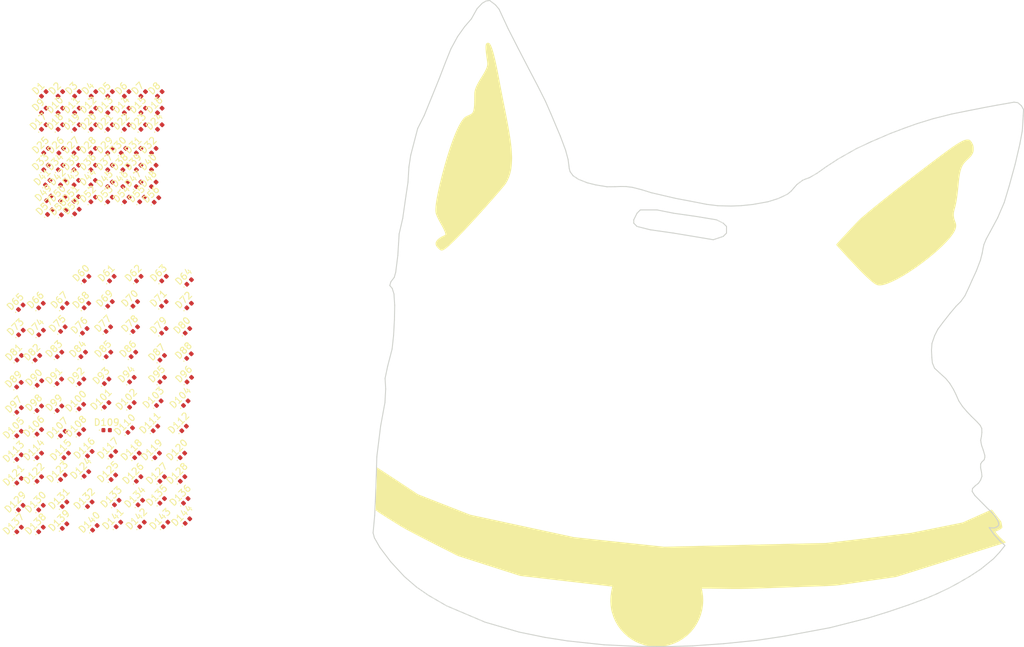
<source format=kicad_pcb>
(kicad_pcb (version 20171130) (host pcbnew 5.0.2+dfsg1-1)
  (layers (0 F.Cu signal) (31 B.Cu signal) (34 B.Paste user) (35 F.Paste user) (36 B.SilkS user) (37 F.SilkS user) (38 B.Mask user) (39 F.Mask user) (44 Edge.Cuts user))
  (net 0 "")
  (net 1 /CA2)
  (net 2 /CA1)
  (net 3 /CA3)
  (net 4 /CA4)
  (net 5 /CA5)
  (net 6 /CA6)
  (net 7 /CA7)
  (net 8 /CA8)
  (net 9 /CA9)
  (net 10 /CB2)
  (net 11 /CB1)
  (net 12 /CB3)
  (net 13 /CB4)
  (net 14 /CB5)
  (net 15 /CB6)
  (net 16 /CB7)
  (net 17 /CB8)
  (net 18 /CB9)
  (module Diode_SMD:D_0402_1005Metric (layer F.Cu) (at 37 59 45)
    (fp_text reference D1 (at 0 -1.17 45) (layer F.SilkS))
    (fp_text value LED)
    (pad 2 smd roundrect (at 0.485 0 45) (size 0.59 0.64) (layers F.Cu F.Paste F.Mask) (net 1 /CA2))
    (pad 1 smd roundrect (at -0.485 0 45) (size 0.59 0.64) (layers F.Cu F.Paste F.Mask) (net 2 /CA1))
  )
  (module Diode_SMD:D_0402_1005Metric (layer F.Cu) (at 39.5 59 45)
    (fp_text reference D2 (at 0 -1.17 45) (layer F.SilkS))
    (fp_text value LED)
    (pad 1 smd roundrect (at -0.485 0 45) (size 0.59 0.64) (layers F.Cu F.Paste F.Mask) (net 2 /CA1))
    (pad 2 smd roundrect (at 0.485 0 45) (size 0.59 0.64) (layers F.Cu F.Paste F.Mask) (net 3 /CA3))
  )
  (module Diode_SMD:D_0402_1005Metric (layer F.Cu) (at 42 59 45)
    (fp_text reference D3 (at 0 -1.17 45) (layer F.SilkS))
    (fp_text value LED)
    (pad 2 smd roundrect (at 0.485 0 45) (size 0.59 0.64) (layers F.Cu F.Paste F.Mask) (net 4 /CA4))
    (pad 1 smd roundrect (at -0.485 0 45) (size 0.59 0.64) (layers F.Cu F.Paste F.Mask) (net 2 /CA1))
  )
  (module Diode_SMD:D_0402_1005Metric (layer F.Cu) (at 44.5 59 45)
    (fp_text reference D4 (at 0 -1.17 45) (layer F.SilkS))
    (fp_text value LED)
    (pad 1 smd roundrect (at -0.485 0 45) (size 0.59 0.64) (layers F.Cu F.Paste F.Mask) (net 2 /CA1))
    (pad 2 smd roundrect (at 0.485 0 45) (size 0.59 0.64) (layers F.Cu F.Paste F.Mask) (net 5 /CA5))
  )
  (module Diode_SMD:D_0402_1005Metric (layer F.Cu) (at 47 59 45)
    (fp_text reference D5 (at 0 -1.17 45) (layer F.SilkS))
    (fp_text value LED)
    (pad 2 smd roundrect (at 0.485 0 45) (size 0.59 0.64) (layers F.Cu F.Paste F.Mask) (net 6 /CA6))
    (pad 1 smd roundrect (at -0.485 0 45) (size 0.59 0.64) (layers F.Cu F.Paste F.Mask) (net 2 /CA1))
  )
  (module Diode_SMD:D_0402_1005Metric (layer F.Cu) (at 49.5 59 45)
    (fp_text reference D6 (at 0 -1.17 45) (layer F.SilkS))
    (fp_text value LED)
    (pad 2 smd roundrect (at 0.485 0 45) (size 0.59 0.64) (layers F.Cu F.Paste F.Mask) (net 7 /CA7))
    (pad 1 smd roundrect (at -0.485 0 45) (size 0.59 0.64) (layers F.Cu F.Paste F.Mask) (net 2 /CA1))
  )
  (module Diode_SMD:D_0402_1005Metric (layer F.Cu) (at 52 59 45)
    (fp_text reference D7 (at 0 -1.17 45) (layer F.SilkS))
    (fp_text value LED)
    (pad 2 smd roundrect (at 0.485 0 45) (size 0.59 0.64) (layers F.Cu F.Paste F.Mask) (net 8 /CA8))
    (pad 1 smd roundrect (at -0.485 0 45) (size 0.59 0.64) (layers F.Cu F.Paste F.Mask) (net 2 /CA1))
  )
  (module Diode_SMD:D_0402_1005Metric (layer F.Cu) (at 54.5 59 45)
    (fp_text reference D8 (at 0 -1.17 45) (layer F.SilkS))
    (fp_text value LED)
    (pad 1 smd roundrect (at -0.485 0 45) (size 0.59 0.64) (layers F.Cu F.Paste F.Mask) (net 2 /CA1))
    (pad 2 smd roundrect (at 0.485 0 45) (size 0.59 0.64) (layers F.Cu F.Paste F.Mask) (net 9 /CA9))
  )
  (module Diode_SMD:D_0402_1005Metric (layer F.Cu) (at 37 61.5 45)
    (fp_text reference D9 (at 0 -1.17 45) (layer F.SilkS))
    (fp_text value LED)
    (pad 2 smd roundrect (at 0.485 0 45) (size 0.59 0.64) (layers F.Cu F.Paste F.Mask) (net 10 /CB2))
    (pad 1 smd roundrect (at -0.485 0 45) (size 0.59 0.64) (layers F.Cu F.Paste F.Mask) (net 11 /CB1))
  )
  (module Diode_SMD:D_0402_1005Metric (layer F.Cu) (at 39.5 61.5 45)
    (fp_text reference D10 (at 0 -1.17 45) (layer F.SilkS))
    (fp_text value LED)
    (pad 1 smd roundrect (at -0.485 0 45) (size 0.59 0.64) (layers F.Cu F.Paste F.Mask) (net 11 /CB1))
    (pad 2 smd roundrect (at 0.485 0 45) (size 0.59 0.64) (layers F.Cu F.Paste F.Mask) (net 12 /CB3))
  )
  (module Diode_SMD:D_0402_1005Metric (layer F.Cu) (at 41.998947 61.5 45)
    (fp_text reference D11 (at 0 -1.17 45) (layer F.SilkS))
    (fp_text value LED)
    (pad 2 smd roundrect (at 0.485 0 45) (size 0.59 0.64) (layers F.Cu F.Paste F.Mask) (net 13 /CB4))
    (pad 1 smd roundrect (at -0.485 0 45) (size 0.59 0.64) (layers F.Cu F.Paste F.Mask) (net 11 /CB1))
  )
  (module Diode_SMD:D_0402_1005Metric (layer F.Cu) (at 44.5 61.5 45)
    (fp_text reference D12 (at 0 -1.17 45) (layer F.SilkS))
    (fp_text value LED)
    (pad 1 smd roundrect (at -0.485 0 45) (size 0.59 0.64) (layers F.Cu F.Paste F.Mask) (net 11 /CB1))
    (pad 2 smd roundrect (at 0.485 0 45) (size 0.59 0.64) (layers F.Cu F.Paste F.Mask) (net 14 /CB5))
  )
  (module Diode_SMD:D_0402_1005Metric (layer F.Cu) (at 47 61.5 45)
    (fp_text reference D13 (at 0 -1.17 45) (layer F.SilkS))
    (fp_text value LED)
    (pad 2 smd roundrect (at 0.485 0 45) (size 0.59 0.64) (layers F.Cu F.Paste F.Mask) (net 15 /CB6))
    (pad 1 smd roundrect (at -0.485 0 45) (size 0.59 0.64) (layers F.Cu F.Paste F.Mask) (net 11 /CB1))
  )
  (module Diode_SMD:D_0402_1005Metric (layer F.Cu) (at 49.5 61.5 45)
    (fp_text reference D14 (at 0 -1.17 45) (layer F.SilkS))
    (fp_text value LED)
    (pad 2 smd roundrect (at 0.485 0 45) (size 0.59 0.64) (layers F.Cu F.Paste F.Mask) (net 16 /CB7))
    (pad 1 smd roundrect (at -0.485 0 45) (size 0.59 0.64) (layers F.Cu F.Paste F.Mask) (net 11 /CB1))
  )
  (module Diode_SMD:D_0402_1005Metric (layer F.Cu) (at 52 61.5 45)
    (fp_text reference D15 (at 0 -1.17 45) (layer F.SilkS))
    (fp_text value LED)
    (pad 2 smd roundrect (at 0.485 0 45) (size 0.59 0.64) (layers F.Cu F.Paste F.Mask) (net 17 /CB8))
    (pad 1 smd roundrect (at -0.485 0 45) (size 0.59 0.64) (layers F.Cu F.Paste F.Mask) (net 11 /CB1))
  )
  (module Diode_SMD:D_0402_1005Metric (layer F.Cu) (at 54.5 61.5 45)
    (fp_text reference D16 (at 0 -1.17 45) (layer F.SilkS))
    (fp_text value LED)
    (pad 1 smd roundrect (at -0.485 0 45) (size 0.59 0.64) (layers F.Cu F.Paste F.Mask) (net 11 /CB1))
    (pad 2 smd roundrect (at 0.485 0 45) (size 0.59 0.64) (layers F.Cu F.Paste F.Mask) (net 18 /CB9))
  )
  (module Diode_SMD:D_0402_1005Metric (layer F.Cu) (at 37 64 45)
    (fp_text reference D17 (at 0 -1.17 45) (layer F.SilkS))
    (fp_text value LED)
    (pad 2 smd roundrect (at 0.485 0 45) (size 0.59 0.64) (layers F.Cu F.Paste F.Mask) (net 2 /CA1))
    (pad 1 smd roundrect (at -0.485 0 45) (size 0.59 0.64) (layers F.Cu F.Paste F.Mask) (net 1 /CA2))
  )
  (module Diode_SMD:D_0402_1005Metric (layer F.Cu) (at 39.5 64 45)
    (fp_text reference D18 (at 0 -1.17 45) (layer F.SilkS))
    (fp_text value LED)
    (pad 1 smd roundrect (at -0.485 0 45) (size 0.59 0.64) (layers F.Cu F.Paste F.Mask) (net 1 /CA2))
    (pad 2 smd roundrect (at 0.485 0 45) (size 0.59 0.64) (layers F.Cu F.Paste F.Mask) (net 3 /CA3))
  )
  (module Diode_SMD:D_0402_1005Metric (layer F.Cu) (at 42 64 45)
    (fp_text reference D19 (at 0 -1.17 45) (layer F.SilkS))
    (fp_text value LED)
    (pad 2 smd roundrect (at 0.485 0 45) (size 0.59 0.64) (layers F.Cu F.Paste F.Mask) (net 4 /CA4))
    (pad 1 smd roundrect (at -0.485 0 45) (size 0.59 0.64) (layers F.Cu F.Paste F.Mask) (net 1 /CA2))
  )
  (module Diode_SMD:D_0402_1005Metric (layer F.Cu) (at 44.5 64 45)
    (fp_text reference D20 (at 0 -1.17 45) (layer F.SilkS))
    (fp_text value LED)
    (pad 1 smd roundrect (at -0.485 0 45) (size 0.59 0.64) (layers F.Cu F.Paste F.Mask) (net 1 /CA2))
    (pad 2 smd roundrect (at 0.485 0 45) (size 0.59 0.64) (layers F.Cu F.Paste F.Mask) (net 5 /CA5))
  )
  (module Diode_SMD:D_0402_1005Metric (layer F.Cu) (at 47 64 45)
    (fp_text reference D21 (at 0 -1.17 45) (layer F.SilkS))
    (fp_text value LED)
    (pad 2 smd roundrect (at 0.485 0 45) (size 0.59 0.64) (layers F.Cu F.Paste F.Mask) (net 6 /CA6))
    (pad 1 smd roundrect (at -0.485 0 45) (size 0.59 0.64) (layers F.Cu F.Paste F.Mask) (net 1 /CA2))
  )
  (module Diode_SMD:D_0402_1005Metric (layer F.Cu) (at 49.5 64 45)
    (fp_text reference D22 (at 0 -1.17 45) (layer F.SilkS))
    (fp_text value LED)
    (pad 1 smd roundrect (at -0.485 0 45) (size 0.59 0.64) (layers F.Cu F.Paste F.Mask) (net 1 /CA2))
    (pad 2 smd roundrect (at 0.485 0 45) (size 0.59 0.64) (layers F.Cu F.Paste F.Mask) (net 7 /CA7))
  )
  (module Diode_SMD:D_0402_1005Metric (layer F.Cu) (at 52 64 45)
    (fp_text reference D23 (at 0 -1.17 45) (layer F.SilkS))
    (fp_text value LED)
    (pad 1 smd roundrect (at -0.485 0 45) (size 0.59 0.64) (layers F.Cu F.Paste F.Mask) (net 1 /CA2))
    (pad 2 smd roundrect (at 0.485 0 45) (size 0.59 0.64) (layers F.Cu F.Paste F.Mask) (net 8 /CA8))
  )
  (module Diode_SMD:D_0402_1005Metric (layer F.Cu) (at 54.5 64 45)
    (fp_text reference D24 (at 0 -1.17 45) (layer F.SilkS))
    (fp_text value LED)
    (pad 1 smd roundrect (at -0.485 0 45) (size 0.59 0.64) (layers F.Cu F.Paste F.Mask) (net 1 /CA2))
    (pad 2 smd roundrect (at 0.485 0 45) (size 0.59 0.64) (layers F.Cu F.Paste F.Mask) (net 9 /CA9))
  )
  (module Diode_SMD:D_0402_1005Metric (layer F.Cu) (at 37.338 67.564 45)
    (fp_text reference D25 (at 0 -1.17 45) (layer F.SilkS))
    (fp_text value LED)
    (pad 2 smd roundrect (at 0.485 0 45) (size 0.59 0.64) (layers F.Cu F.Paste F.Mask) (net 11 /CB1))
    (pad 1 smd roundrect (at -0.485 0 45) (size 0.59 0.64) (layers F.Cu F.Paste F.Mask) (net 10 /CB2))
  )
  (module Diode_SMD:D_0402_1005Metric (layer F.Cu) (at 39.624 67.564 45)
    (fp_text reference D26 (at 0 -1.17 45) (layer F.SilkS))
    (fp_text value LED)
    (pad 1 smd roundrect (at -0.485 0 45) (size 0.59 0.64) (layers F.Cu F.Paste F.Mask) (net 10 /CB2))
    (pad 2 smd roundrect (at 0.485 0 45) (size 0.59 0.64) (layers F.Cu F.Paste F.Mask) (net 12 /CB3))
  )
  (module Diode_SMD:D_0402_1005Metric (layer F.Cu) (at 41.91 67.564 45)
    (fp_text reference D27 (at 0 -1.17 45) (layer F.SilkS))
    (fp_text value LED)
    (pad 1 smd roundrect (at -0.485 0 45) (size 0.59 0.64) (layers F.Cu F.Paste F.Mask) (net 10 /CB2))
    (pad 2 smd roundrect (at 0.485 0 45) (size 0.59 0.64) (layers F.Cu F.Paste F.Mask) (net 13 /CB4))
  )
  (module Diode_SMD:D_0402_1005Metric (layer F.Cu) (at 44.45 67.564 45)
    (fp_text reference D28 (at 0 -1.17 45) (layer F.SilkS))
    (fp_text value LED)
    (pad 1 smd roundrect (at -0.485 0 45) (size 0.59 0.64) (layers F.Cu F.Paste F.Mask) (net 10 /CB2))
    (pad 2 smd roundrect (at 0.485 0 45) (size 0.59 0.64) (layers F.Cu F.Paste F.Mask) (net 14 /CB5))
  )
  (module Diode_SMD:D_0402_1005Metric (layer F.Cu) (at 46.99 67.564 45)
    (fp_text reference D29 (at 0 -1.17 45) (layer F.SilkS))
    (fp_text value LED)
    (pad 2 smd roundrect (at 0.485 0 45) (size 0.59 0.64) (layers F.Cu F.Paste F.Mask) (net 15 /CB6))
    (pad 1 smd roundrect (at -0.485 0 45) (size 0.59 0.64) (layers F.Cu F.Paste F.Mask) (net 10 /CB2))
  )
  (module Diode_SMD:D_0402_1005Metric (layer F.Cu) (at 49.022 67.564 45)
    (fp_text reference D30 (at 0 -1.17 45) (layer F.SilkS))
    (fp_text value LED)
    (pad 1 smd roundrect (at -0.485 0 45) (size 0.59 0.64) (layers F.Cu F.Paste F.Mask) (net 10 /CB2))
    (pad 2 smd roundrect (at 0.485 0 45) (size 0.59 0.64) (layers F.Cu F.Paste F.Mask) (net 16 /CB7))
  )
  (module Diode_SMD:D_0402_1005Metric (layer F.Cu) (at 51.308 67.564 45)
    (fp_text reference D31 (at 0 -1.17 45) (layer F.SilkS))
    (fp_text value LED)
    (pad 1 smd roundrect (at -0.485 0 45) (size 0.59 0.64) (layers F.Cu F.Paste F.Mask) (net 10 /CB2))
    (pad 2 smd roundrect (at 0.485 0 45) (size 0.59 0.64) (layers F.Cu F.Paste F.Mask) (net 17 /CB8))
  )
  (module Diode_SMD:D_0402_1005Metric (layer F.Cu) (at 53.594 67.564 45)
    (fp_text reference D32 (at 0 -1.17 45) (layer F.SilkS))
    (fp_text value LED)
    (pad 2 smd roundrect (at 0.485 0 45) (size 0.59 0.64) (layers F.Cu F.Paste F.Mask) (net 18 /CB9))
    (pad 1 smd roundrect (at -0.485 0 45) (size 0.59 0.64) (layers F.Cu F.Paste F.Mask) (net 10 /CB2))
  )
  (module Diode_SMD:D_0402_1005Metric (layer F.Cu) (at 37.338 70.104 45)
    (fp_text reference D33 (at 0 -1.17 45) (layer F.SilkS))
    (fp_text value LED)
    (pad 2 smd roundrect (at 0.485 0 45) (size 0.59 0.64) (layers F.Cu F.Paste F.Mask) (net 2 /CA1))
    (pad 1 smd roundrect (at -0.485 0 45) (size 0.59 0.64) (layers F.Cu F.Paste F.Mask) (net 3 /CA3))
  )
  (module Diode_SMD:D_0402_1005Metric (layer F.Cu) (at 39.535053 70.104 45)
    (fp_text reference D34 (at 0 -1.17 45) (layer F.SilkS))
    (fp_text value LED)
    (pad 1 smd roundrect (at -0.485 0 45) (size 0.59 0.64) (layers F.Cu F.Paste F.Mask) (net 3 /CA3))
    (pad 2 smd roundrect (at 0.485 0 45) (size 0.59 0.64) (layers F.Cu F.Paste F.Mask) (net 1 /CA2))
  )
  (module Diode_SMD:D_0402_1005Metric (layer F.Cu) (at 41.91 70.104 45)
    (fp_text reference D35 (at 0 -1.17 45) (layer F.SilkS))
    (fp_text value LED)
    (pad 2 smd roundrect (at 0.485 0 45) (size 0.59 0.64) (layers F.Cu F.Paste F.Mask) (net 4 /CA4))
    (pad 1 smd roundrect (at -0.485 0 45) (size 0.59 0.64) (layers F.Cu F.Paste F.Mask) (net 3 /CA3))
  )
  (module Diode_SMD:D_0402_1005Metric (layer F.Cu) (at 44.45 70.104 45)
    (fp_text reference D36 (at 0 -1.17 45) (layer F.SilkS))
    (fp_text value LED)
    (pad 1 smd roundrect (at -0.485 0 45) (size 0.59 0.64) (layers F.Cu F.Paste F.Mask) (net 3 /CA3))
    (pad 2 smd roundrect (at 0.485 0 45) (size 0.59 0.64) (layers F.Cu F.Paste F.Mask) (net 5 /CA5))
  )
  (module Diode_SMD:D_0402_1005Metric (layer F.Cu) (at 46.99 70.104 45)
    (fp_text reference D37 (at -0.02 -1.19 45) (layer F.SilkS))
    (fp_text value LED)
    (pad 2 smd roundrect (at 0.485 0 45) (size 0.59 0.64) (layers F.Cu F.Paste F.Mask) (net 6 /CA6))
    (pad 1 smd roundrect (at -0.485 0 45) (size 0.59 0.64) (layers F.Cu F.Paste F.Mask) (net 3 /CA3))
  )
  (module Diode_SMD:D_0402_1005Metric (layer F.Cu) (at 49.276 70.104 45)
    (fp_text reference D38 (at 0 -1.17 45) (layer F.SilkS))
    (fp_text value LED)
    (pad 1 smd roundrect (at -0.485 0 45) (size 0.59 0.64) (layers F.Cu F.Paste F.Mask) (net 3 /CA3))
    (pad 2 smd roundrect (at 0.485 0 45) (size 0.59 0.64) (layers F.Cu F.Paste F.Mask) (net 7 /CA7))
  )
  (module Diode_SMD:D_0402_1005Metric (layer F.Cu) (at 51.308 70.104 45)
    (fp_text reference D39 (at 0 -1.17 45) (layer F.SilkS))
    (fp_text value LED)
    (pad 2 smd roundrect (at 0.485 0 45) (size 0.59 0.64) (layers F.Cu F.Paste F.Mask) (net 8 /CA8))
    (pad 1 smd roundrect (at -0.485 0 45) (size 0.59 0.64) (layers F.Cu F.Paste F.Mask) (net 3 /CA3))
  )
  (module Diode_SMD:D_0402_1005Metric (layer F.Cu) (at 53.594 70.104 45)
    (fp_text reference D40 (at 0 -1.17 45) (layer F.SilkS))
    (fp_text value LED)
    (pad 2 smd roundrect (at 0.485 0 45) (size 0.59 0.64) (layers F.Cu F.Paste F.Mask) (net 9 /CA9))
    (pad 1 smd roundrect (at -0.485 0 45) (size 0.59 0.64) (layers F.Cu F.Paste F.Mask) (net 3 /CA3))
  )
  (module Diode_SMD:D_0402_1005Metric (layer F.Cu) (at 37.592 72.39 45)
    (fp_text reference D41 (at 0 -1.17 45) (layer F.SilkS))
    (fp_text value LED)
    (pad 1 smd roundrect (at -0.485 0 45) (size 0.59 0.64) (layers F.Cu F.Paste F.Mask) (net 12 /CB3))
    (pad 2 smd roundrect (at 0.485 0 45) (size 0.59 0.64) (layers F.Cu F.Paste F.Mask) (net 11 /CB1))
  )
  (module Diode_SMD:D_0402_1005Metric (layer F.Cu) (at 39.878 72.39 45)
    (fp_text reference D42 (at 0 -1.17 45) (layer F.SilkS))
    (fp_text value LED)
    (pad 2 smd roundrect (at 0.485 0 45) (size 0.59 0.64) (layers F.Cu F.Paste F.Mask) (net 10 /CB2))
    (pad 1 smd roundrect (at -0.485 0 45) (size 0.59 0.64) (layers F.Cu F.Paste F.Mask) (net 12 /CB3))
  )
  (module Diode_SMD:D_0402_1005Metric (layer F.Cu) (at 41.91 72.39 45)
    (fp_text reference D43 (at 0 -1.17 45) (layer F.SilkS))
    (fp_text value LED)
    (pad 1 smd roundrect (at -0.485 0 45) (size 0.59 0.64) (layers F.Cu F.Paste F.Mask) (net 12 /CB3))
    (pad 2 smd roundrect (at 0.485 0 45) (size 0.59 0.64) (layers F.Cu F.Paste F.Mask) (net 13 /CB4))
  )
  (module Diode_SMD:D_0402_1005Metric (layer F.Cu) (at 44.45 72.39 45)
    (fp_text reference D44 (at 0 -1.17 45) (layer F.SilkS))
    (fp_text value LED)
    (pad 2 smd roundrect (at 0.485 0 45) (size 0.59 0.64) (layers F.Cu F.Paste F.Mask) (net 14 /CB5))
    (pad 1 smd roundrect (at -0.485 0 45) (size 0.59 0.64) (layers F.Cu F.Paste F.Mask) (net 12 /CB3))
  )
  (module Diode_SMD:D_0402_1005Metric (layer F.Cu) (at 46.99 72.644 45)
    (fp_text reference D45 (at 0 -1.17 45) (layer F.SilkS))
    (fp_text value LED)
    (pad 1 smd roundrect (at -0.485 0 45) (size 0.59 0.64) (layers F.Cu F.Paste F.Mask) (net 12 /CB3))
    (pad 2 smd roundrect (at 0.485 0 45) (size 0.59 0.64) (layers F.Cu F.Paste F.Mask) (net 15 /CB6))
  )
  (module Diode_SMD:D_0402_1005Metric (layer F.Cu) (at 49.276 72.644 45)
    (fp_text reference D46 (at 0 -1.17 45) (layer F.SilkS))
    (fp_text value LED)
    (pad 2 smd roundrect (at 0.485 0 45) (size 0.59 0.64) (layers F.Cu F.Paste F.Mask) (net 16 /CB7))
    (pad 1 smd roundrect (at -0.485 0 45) (size 0.59 0.64) (layers F.Cu F.Paste F.Mask) (net 12 /CB3))
  )
  (module Diode_SMD:D_0402_1005Metric (layer F.Cu) (at 51.308 72.644 45)
    (fp_text reference D47 (at 0 -1.17 45) (layer F.SilkS))
    (fp_text value LED)
    (pad 1 smd roundrect (at -0.485 0 45) (size 0.59 0.64) (layers F.Cu F.Paste F.Mask) (net 12 /CB3))
    (pad 2 smd roundrect (at 0.485 0 45) (size 0.59 0.64) (layers F.Cu F.Paste F.Mask) (net 17 /CB8))
  )
  (module Diode_SMD:D_0402_1005Metric (layer F.Cu) (at 53.594 72.644 45)
    (fp_text reference D48 (at 0 -1.17 45) (layer F.SilkS))
    (fp_text value LED)
    (pad 1 smd roundrect (at -0.485 0 45) (size 0.59 0.64) (layers F.Cu F.Paste F.Mask) (net 12 /CB3))
    (pad 2 smd roundrect (at 0.485 0 45) (size 0.59 0.64) (layers F.Cu F.Paste F.Mask) (net 18 /CB9))
  )
  (module Diode_SMD:D_0402_1005Metric (layer F.Cu) (at 37.757053 74.764947 45)
    (fp_text reference D49 (at 0 -1.17 45) (layer F.SilkS))
    (fp_text value LED)
    (pad 1 smd roundrect (at -0.485 0 45) (size 0.59 0.64) (layers F.Cu F.Paste F.Mask) (net 4 /CA4))
    (pad 2 smd roundrect (at 0.485 0 45) (size 0.59 0.64) (layers F.Cu F.Paste F.Mask) (net 2 /CA1))
  )
  (module Diode_SMD:D_0402_1005Metric (layer F.Cu) (at 39.878 74.841053 45)
    (fp_text reference D50 (at 0 -1.17 45) (layer F.SilkS))
    (fp_text value LED)
    (pad 2 smd roundrect (at 0.485 0 45) (size 0.59 0.64) (layers F.Cu F.Paste F.Mask) (net 1 /CA2))
    (pad 1 smd roundrect (at -0.485 0 45) (size 0.59 0.64) (layers F.Cu F.Paste F.Mask) (net 4 /CA4))
  )
  (module Diode_SMD:D_0402_1005Metric (layer F.Cu) (at 41.91 74.841053 45)
    (fp_text reference D51 (at 0 -1.17 45) (layer F.SilkS))
    (fp_text value LED)
    (pad 1 smd roundrect (at -0.485 0 45) (size 0.59 0.64) (layers F.Cu F.Paste F.Mask) (net 4 /CA4))
    (pad 2 smd roundrect (at 0.485 0 45) (size 0.59 0.64) (layers F.Cu F.Paste F.Mask) (net 3 /CA3))
  )
  (module Diode_SMD:D_0402_1005Metric (layer F.Cu) (at 44.45 74.93 45)
    (fp_text reference D52 (at 0 -1.17 45) (layer F.SilkS))
    (fp_text value LED)
    (pad 2 smd roundrect (at 0.485 0 45) (size 0.59 0.64) (layers F.Cu F.Paste F.Mask) (net 5 /CA5))
    (pad 1 smd roundrect (at -0.485 0 45) (size 0.59 0.64) (layers F.Cu F.Paste F.Mask) (net 4 /CA4))
  )
  (module Diode_SMD:D_0402_1005Metric (layer F.Cu) (at 46.99 74.93 45)
    (fp_text reference D53 (at 0 -1.17 45) (layer F.SilkS))
    (fp_text value LED)
    (pad 1 smd roundrect (at -0.485 0 45) (size 0.59 0.64) (layers F.Cu F.Paste F.Mask) (net 4 /CA4))
    (pad 2 smd roundrect (at 0.485 0 45) (size 0.59 0.64) (layers F.Cu F.Paste F.Mask) (net 6 /CA6))
  )
  (module Diode_SMD:D_0402_1005Metric (layer F.Cu) (at 49.53 74.93 45)
    (fp_text reference D54 (at 0 -1.17 45) (layer F.SilkS))
    (fp_text value LED)
    (pad 2 smd roundrect (at 0.485 0 45) (size 0.59 0.64) (layers F.Cu F.Paste F.Mask) (net 7 /CA7))
    (pad 1 smd roundrect (at -0.485 0 45) (size 0.59 0.64) (layers F.Cu F.Paste F.Mask) (net 4 /CA4))
  )
  (module Diode_SMD:D_0402_1005Metric (layer F.Cu) (at 51.816 74.93 45)
    (fp_text reference D55 (at 0 -1.17 45) (layer F.SilkS))
    (fp_text value LED)
    (pad 2 smd roundrect (at 0.485 0 45) (size 0.59 0.64) (layers F.Cu F.Paste F.Mask) (net 8 /CA8))
    (pad 1 smd roundrect (at -0.485 0 45) (size 0.59 0.64) (layers F.Cu F.Paste F.Mask) (net 4 /CA4))
  )
  (module Diode_SMD:D_0402_1005Metric (layer F.Cu) (at 54 75 45)
    (fp_text reference D56 (at 0 -1.17 45) (layer F.SilkS))
    (fp_text value LED)
    (pad 1 smd roundrect (at -0.485 0 45) (size 0.59 0.64) (layers F.Cu F.Paste F.Mask) (net 4 /CA4))
    (pad 2 smd roundrect (at 0.485 0 45) (size 0.59 0.64) (layers F.Cu F.Paste F.Mask) (net 9 /CA9))
  )
  (module Diode_SMD:D_0402_1005Metric (layer F.Cu) (at 37.907053 76.842947 45)
    (fp_text reference D57 (at 0 -1.17 45) (layer F.SilkS))
    (fp_text value LED)
    (pad 1 smd roundrect (at -0.485 0 45) (size 0.59 0.64) (layers F.Cu F.Paste F.Mask) (net 13 /CB4))
    (pad 2 smd roundrect (at 0.485 0 45) (size 0.59 0.64) (layers F.Cu F.Paste F.Mask) (net 11 /CB1))
  )
  (module Diode_SMD:D_0402_1005Metric (layer F.Cu) (at 40 76.907053 45)
    (fp_text reference D58 (at 0 -1.17 45) (layer F.SilkS))
    (fp_text value LED)
    (pad 2 smd roundrect (at 0.485 0 45) (size 0.59 0.64) (layers F.Cu F.Paste F.Mask) (net 10 /CB2))
    (pad 1 smd roundrect (at -0.485 0 45) (size 0.59 0.64) (layers F.Cu F.Paste F.Mask) (net 13 /CB4))
  )
  (module Diode_SMD:D_0402_1005Metric (layer F.Cu) (at 42 76.75 45)
    (fp_text reference D59 (at 0 -1.17 45) (layer F.SilkS))
    (fp_text value LED)
    (pad 1 smd roundrect (at -0.485 0 45) (size 0.59 0.64) (layers F.Cu F.Paste F.Mask) (net 13 /CB4))
    (pad 2 smd roundrect (at 0.485 0 45) (size 0.59 0.64) (layers F.Cu F.Paste F.Mask) (net 12 /CB3))
  )
  (module Diode_SMD:D_0402_1005Metric (layer F.Cu) (at 43.457 86.868 45)
    (fp_text reference D60 (at 0 -1.17 45) (layer F.SilkS))
    (fp_text value LED)
    (pad 2 smd roundrect (at 0.485 0 45) (size 0.59 0.64) (layers F.Cu F.Paste F.Mask) (net 14 /CB5))
    (pad 1 smd roundrect (at -0.485 0 45) (size 0.59 0.64) (layers F.Cu F.Paste F.Mask) (net 13 /CB4))
  )
  (module Diode_SMD:D_0402_1005Metric (layer F.Cu) (at 47.267 86.868 45)
    (fp_text reference D61 (at 0 -1.17 45) (layer F.SilkS))
    (fp_text value LED)
    (pad 2 smd roundrect (at 0.485 0 45) (size 0.59 0.64) (layers F.Cu F.Paste F.Mask) (net 15 /CB6))
    (pad 1 smd roundrect (at -0.485 0 45) (size 0.59 0.64) (layers F.Cu F.Paste F.Mask) (net 13 /CB4))
  )
  (module Diode_SMD:D_0402_1005Metric (layer F.Cu) (at 51.331 86.868 45)
    (fp_text reference D62 (at 0 -1.17 45) (layer F.SilkS))
    (fp_text value LED)
    (pad 2 smd roundrect (at 0.485 0 45) (size 0.59 0.64) (layers F.Cu F.Paste F.Mask) (net 16 /CB7))
    (pad 1 smd roundrect (at -0.485 0 45) (size 0.59 0.64) (layers F.Cu F.Paste F.Mask) (net 13 /CB4))
  )
  (module Diode_SMD:D_0402_1005Metric (layer F.Cu) (at 55.141 86.868 45)
    (fp_text reference D63 (at 0 -1.17 45) (layer F.SilkS))
    (fp_text value LED)
    (pad 1 smd roundrect (at -0.485 0 45) (size 0.59 0.64) (layers F.Cu F.Paste F.Mask) (net 13 /CB4))
    (pad 2 smd roundrect (at 0.485 0 45) (size 0.59 0.64) (layers F.Cu F.Paste F.Mask) (net 17 /CB8))
  )
  (module Diode_SMD:D_0402_1005Metric (layer F.Cu) (at 58.928 87.376 45)
    (fp_text reference D64 (at 0 -1.17 45) (layer F.SilkS))
    (fp_text value LED)
    (pad 2 smd roundrect (at 0.485 0 45) (size 0.59 0.64) (layers F.Cu F.Paste F.Mask) (net 18 /CB9))
    (pad 1 smd roundrect (at -0.485 0 45) (size 0.59 0.64) (layers F.Cu F.Paste F.Mask) (net 13 /CB4))
  )
  (module Diode_SMD:D_0402_1005Metric (layer F.Cu) (at 33.528 91.186 45)
    (fp_text reference D65 (at 0 -1.17 45) (layer F.SilkS))
    (fp_text value LED)
    (pad 1 smd roundrect (at -0.485 0 45) (size 0.59 0.64) (layers F.Cu F.Paste F.Mask) (net 5 /CA5))
    (pad 2 smd roundrect (at 0.485 0 45) (size 0.59 0.64) (layers F.Cu F.Paste F.Mask) (net 2 /CA1))
  )
  (module Diode_SMD:D_0402_1005Metric (layer F.Cu) (at 36.576 90.932 45)
    (fp_text reference D66 (at 0 -1.17 45) (layer F.SilkS))
    (fp_text value LED)
    (pad 1 smd roundrect (at -0.485 0 45) (size 0.59 0.64) (layers F.Cu F.Paste F.Mask) (net 5 /CA5))
    (pad 2 smd roundrect (at 0.485 0 45) (size 0.59 0.64) (layers F.Cu F.Paste F.Mask) (net 1 /CA2))
  )
  (module Diode_SMD:D_0402_1005Metric (layer F.Cu) (at 40.155 90.932 45)
    (fp_text reference D67 (at 0 -1.17 45) (layer F.SilkS))
    (fp_text value LED)
    (pad 2 smd roundrect (at 0.485 0 45) (size 0.59 0.64) (layers F.Cu F.Paste F.Mask) (net 3 /CA3))
    (pad 1 smd roundrect (at -0.485 0 45) (size 0.59 0.64) (layers F.Cu F.Paste F.Mask) (net 5 /CA5))
  )
  (module Diode_SMD:D_0402_1005Metric (layer F.Cu) (at 43.434 90.932 45)
    (fp_text reference D68 (at 0 -1.17 45) (layer F.SilkS))
    (fp_text value LED)
    (pad 1 smd roundrect (at -0.485 0 45) (size 0.59 0.64) (layers F.Cu F.Paste F.Mask) (net 5 /CA5))
    (pad 2 smd roundrect (at 0.485 0 45) (size 0.59 0.64) (layers F.Cu F.Paste F.Mask) (net 4 /CA4))
  )
  (module Diode_SMD:D_0402_1005Metric (layer F.Cu) (at 46.99 90.678 45)
    (fp_text reference D69 (at 0 -1.17 45) (layer F.SilkS))
    (fp_text value LED)
    (pad 2 smd roundrect (at 0.485 0 45) (size 0.59 0.64) (layers F.Cu F.Paste F.Mask) (net 6 /CA6))
    (pad 1 smd roundrect (at -0.485 0 45) (size 0.59 0.64) (layers F.Cu F.Paste F.Mask) (net 5 /CA5))
  )
  (module Diode_SMD:D_0402_1005Metric (layer F.Cu) (at 50.8 90.678 45)
    (fp_text reference D70 (at 0 -1.17 45) (layer F.SilkS))
    (fp_text value LED)
    (pad 1 smd roundrect (at -0.485 0 45) (size 0.59 0.64) (layers F.Cu F.Paste F.Mask) (net 5 /CA5))
    (pad 2 smd roundrect (at 0.485 0 45) (size 0.59 0.64) (layers F.Cu F.Paste F.Mask) (net 7 /CA7))
  )
  (module Diode_SMD:D_0402_1005Metric (layer F.Cu) (at 55.118 90.678 45)
    (fp_text reference D71 (at 0 -1.17 45) (layer F.SilkS))
    (fp_text value LED)
    (pad 2 smd roundrect (at 0.485 0 45) (size 0.59 0.64) (layers F.Cu F.Paste F.Mask) (net 8 /CA8))
    (pad 1 smd roundrect (at -0.485 0 45) (size 0.59 0.64) (layers F.Cu F.Paste F.Mask) (net 5 /CA5))
  )
  (module Diode_SMD:D_0402_1005Metric (layer F.Cu) (at 58.928 90.932 45)
    (fp_text reference D72 (at 0 -1.17 45) (layer F.SilkS))
    (fp_text value LED)
    (pad 1 smd roundrect (at -0.485 0 45) (size 0.59 0.64) (layers F.Cu F.Paste F.Mask) (net 5 /CA5))
    (pad 2 smd roundrect (at 0.485 0 45) (size 0.59 0.64) (layers F.Cu F.Paste F.Mask) (net 9 /CA9))
  )
  (module Diode_SMD:D_0402_1005Metric (layer F.Cu) (at 33.551 94.996 45)
    (fp_text reference D73 (at 0 -1.17 45) (layer F.SilkS))
    (fp_text value LED)
    (pad 1 smd roundrect (at -0.485 0 45) (size 0.59 0.64) (layers F.Cu F.Paste F.Mask) (net 14 /CB5))
    (pad 2 smd roundrect (at 0.485 0 45) (size 0.59 0.64) (layers F.Cu F.Paste F.Mask) (net 11 /CB1))
  )
  (module Diode_SMD:D_0402_1005Metric (layer F.Cu) (at 36.599 94.996 45)
    (fp_text reference D74 (at 0 -1.17 45) (layer F.SilkS))
    (fp_text value LED)
    (pad 1 smd roundrect (at -0.485 0 45) (size 0.59 0.64) (layers F.Cu F.Paste F.Mask) (net 14 /CB5))
    (pad 2 smd roundrect (at 0.485 0 45) (size 0.59 0.64) (layers F.Cu F.Paste F.Mask) (net 10 /CB2))
  )
  (module Diode_SMD:D_0402_1005Metric (layer F.Cu) (at 39.878 94.488 45)
    (fp_text reference D75 (at 0 -1.17 45) (layer F.SilkS))
    (fp_text value LED)
    (pad 1 smd roundrect (at -0.485 0 45) (size 0.59 0.64) (layers F.Cu F.Paste F.Mask) (net 14 /CB5))
    (pad 2 smd roundrect (at 0.485 0 45) (size 0.59 0.64) (layers F.Cu F.Paste F.Mask) (net 12 /CB3))
  )
  (module Diode_SMD:D_0402_1005Metric (layer F.Cu) (at 43.18 94.742 45)
    (fp_text reference D76 (at 0 -1.17 45) (layer F.SilkS))
    (fp_text value LED)
    (pad 2 smd roundrect (at 0.485 0 45) (size 0.59 0.64) (layers F.Cu F.Paste F.Mask) (net 13 /CB4))
    (pad 1 smd roundrect (at -0.485 0 45) (size 0.59 0.64) (layers F.Cu F.Paste F.Mask) (net 14 /CB5))
  )
  (module Diode_SMD:D_0402_1005Metric (layer F.Cu) (at 46.736 94.488 45)
    (fp_text reference D77 (at 0 -1.17 45) (layer F.SilkS))
    (fp_text value LED)
    (pad 1 smd roundrect (at -0.485 0 45) (size 0.59 0.64) (layers F.Cu F.Paste F.Mask) (net 14 /CB5))
    (pad 2 smd roundrect (at 0.485 0 45) (size 0.59 0.64) (layers F.Cu F.Paste F.Mask) (net 15 /CB6))
  )
  (module Diode_SMD:D_0402_1005Metric (layer F.Cu) (at 50.8 94.488 45)
    (fp_text reference D78 (at 0 -1.17 45) (layer F.SilkS))
    (fp_text value LED)
    (pad 2 smd roundrect (at 0.485 0 45) (size 0.59 0.64) (layers F.Cu F.Paste F.Mask) (net 16 /CB7))
    (pad 1 smd roundrect (at -0.485 0 45) (size 0.59 0.64) (layers F.Cu F.Paste F.Mask) (net 14 /CB5))
  )
  (module Diode_SMD:D_0402_1005Metric (layer F.Cu) (at 55.118 94.742 45)
    (fp_text reference D79 (at 0 -1.17 45) (layer F.SilkS))
    (fp_text value LED)
    (pad 1 smd roundrect (at -0.485 0 45) (size 0.59 0.64) (layers F.Cu F.Paste F.Mask) (net 14 /CB5))
    (pad 2 smd roundrect (at 0.485 0 45) (size 0.59 0.64) (layers F.Cu F.Paste F.Mask) (net 17 /CB8))
  )
  (module Diode_SMD:D_0402_1005Metric (layer F.Cu) (at 58.674 94.742 45)
    (fp_text reference D80 (at 0 -1.17 45) (layer F.SilkS))
    (fp_text value LED)
    (pad 2 smd roundrect (at 0.485 0 45) (size 0.59 0.64) (layers F.Cu F.Paste F.Mask) (net 18 /CB9))
    (pad 1 smd roundrect (at -0.485 0 45) (size 0.59 0.64) (layers F.Cu F.Paste F.Mask) (net 14 /CB5))
  )
  (module Diode_SMD:D_0402_1005Metric (layer F.Cu) (at 33.297 98.806 45)
    (fp_text reference D81 (at 0 -1.17 45) (layer F.SilkS))
    (fp_text value LED)
    (pad 2 smd roundrect (at 0.485 0 45) (size 0.59 0.64) (layers F.Cu F.Paste F.Mask) (net 2 /CA1))
    (pad 1 smd roundrect (at -0.485 0 45) (size 0.59 0.64) (layers F.Cu F.Paste F.Mask) (net 6 /CA6))
  )
  (module Diode_SMD:D_0402_1005Metric (layer F.Cu) (at 36.045 98.806 45)
    (fp_text reference D82 (at 0 -1.17 45) (layer F.SilkS))
    (fp_text value LED)
    (pad 1 smd roundrect (at -0.485 0 45) (size 0.59 0.64) (layers F.Cu F.Paste F.Mask) (net 6 /CA6))
    (pad 2 smd roundrect (at 0.485 0 45) (size 0.59 0.64) (layers F.Cu F.Paste F.Mask) (net 1 /CA2))
  )
  (module Diode_SMD:D_0402_1005Metric (layer F.Cu) (at 39.37 98.298 45)
    (fp_text reference D83 (at 0 -1.17 45) (layer F.SilkS))
    (fp_text value LED)
    (pad 2 smd roundrect (at 0.485 0 45) (size 0.59 0.64) (layers F.Cu F.Paste F.Mask) (net 3 /CA3))
    (pad 1 smd roundrect (at -0.485 0 45) (size 0.59 0.64) (layers F.Cu F.Paste F.Mask) (net 6 /CA6))
  )
  (module Diode_SMD:D_0402_1005Metric (layer F.Cu) (at 42.949 98.298 45)
    (fp_text reference D84 (at 0 -1.17 45) (layer F.SilkS))
    (fp_text value LED)
    (pad 1 smd roundrect (at -0.485 0 45) (size 0.59 0.64) (layers F.Cu F.Paste F.Mask) (net 6 /CA6))
    (pad 2 smd roundrect (at 0.485 0 45) (size 0.59 0.64) (layers F.Cu F.Paste F.Mask) (net 4 /CA4))
  )
  (module Diode_SMD:D_0402_1005Metric (layer F.Cu) (at 46.759 98.298 45)
    (fp_text reference D85 (at 0 -1.17 45) (layer F.SilkS))
    (fp_text value LED)
    (pad 2 smd roundrect (at 0.485 0 45) (size 0.59 0.64) (layers F.Cu F.Paste F.Mask) (net 5 /CA5))
    (pad 1 smd roundrect (at -0.485 0 45) (size 0.59 0.64) (layers F.Cu F.Paste F.Mask) (net 6 /CA6))
  )
  (module Diode_SMD:D_0402_1005Metric (layer F.Cu) (at 50.523 98.298 45)
    (fp_text reference D86 (at 0 -1.17 45) (layer F.SilkS))
    (fp_text value LED)
    (pad 1 smd roundrect (at -0.485 0 45) (size 0.59 0.64) (layers F.Cu F.Paste F.Mask) (net 6 /CA6))
    (pad 2 smd roundrect (at 0.485 0 45) (size 0.59 0.64) (layers F.Cu F.Paste F.Mask) (net 7 /CA7))
  )
  (module Diode_SMD:D_0402_1005Metric (layer F.Cu) (at 54.864 98.806 45)
    (fp_text reference D87 (at 0 -1.17 45) (layer F.SilkS))
    (fp_text value LED)
    (pad 2 smd roundrect (at 0.485 0 45) (size 0.59 0.64) (layers F.Cu F.Paste F.Mask) (net 8 /CA8))
    (pad 1 smd roundrect (at -0.485 0 45) (size 0.59 0.64) (layers F.Cu F.Paste F.Mask) (net 6 /CA6))
  )
  (module Diode_SMD:D_0402_1005Metric (layer F.Cu) (at 58.905 98.552 45)
    (fp_text reference D88 (at 0 -1.17 45) (layer F.SilkS))
    (fp_text value LED)
    (pad 1 smd roundrect (at -0.485 0 45) (size 0.59 0.64) (layers F.Cu F.Paste F.Mask) (net 6 /CA6))
    (pad 2 smd roundrect (at 0.485 0 45) (size 0.59 0.64) (layers F.Cu F.Paste F.Mask) (net 9 /CA9))
  )
  (module Diode_SMD:D_0402_1005Metric (layer F.Cu) (at 33.251 102.87 45)
    (fp_text reference D89 (at 0 -1.17 45) (layer F.SilkS))
    (fp_text value LED)
    (pad 1 smd roundrect (at -0.485 0 45) (size 0.59 0.64) (layers F.Cu F.Paste F.Mask) (net 15 /CB6))
    (pad 2 smd roundrect (at 0.485 0 45) (size 0.59 0.64) (layers F.Cu F.Paste F.Mask) (net 11 /CB1))
  )
  (module Diode_SMD:D_0402_1005Metric (layer F.Cu) (at 36.345 102.616 45)
    (fp_text reference D90 (at 0 -1.17 45) (layer F.SilkS))
    (fp_text value LED)
    (pad 2 smd roundrect (at 0.485 0 45) (size 0.59 0.64) (layers F.Cu F.Paste F.Mask) (net 10 /CB2))
    (pad 1 smd roundrect (at -0.485 0 45) (size 0.59 0.64) (layers F.Cu F.Paste F.Mask) (net 15 /CB6))
  )
  (module Diode_SMD:D_0402_1005Metric (layer F.Cu) (at 39.347 102.362 45)
    (fp_text reference D91 (at 0 -1.17 45) (layer F.SilkS))
    (fp_text value LED)
    (pad 2 smd roundrect (at 0.485 0 45) (size 0.59 0.64) (layers F.Cu F.Paste F.Mask) (net 12 /CB3))
    (pad 1 smd roundrect (at -0.485 0 45) (size 0.59 0.64) (layers F.Cu F.Paste F.Mask) (net 15 /CB6))
  )
  (module Diode_SMD:D_0402_1005Metric (layer F.Cu) (at 42.695 102.362 45)
    (fp_text reference D92 (at 0 -1.17 45) (layer F.SilkS))
    (fp_text value LED)
    (pad 2 smd roundrect (at 0.485 0 45) (size 0.59 0.64) (layers F.Cu F.Paste F.Mask) (net 13 /CB4))
    (pad 1 smd roundrect (at -0.485 0 45) (size 0.59 0.64) (layers F.Cu F.Paste F.Mask) (net 15 /CB6))
  )
  (module Diode_SMD:D_0402_1005Metric (layer F.Cu) (at 46.482 102.362 45)
    (fp_text reference D93 (at 0 -1.17 45) (layer F.SilkS))
    (fp_text value LED)
    (pad 1 smd roundrect (at -0.485 0 45) (size 0.59 0.64) (layers F.Cu F.Paste F.Mask) (net 15 /CB6))
    (pad 2 smd roundrect (at 0.485 0 45) (size 0.59 0.64) (layers F.Cu F.Paste F.Mask) (net 14 /CB5))
  )
  (module Diode_SMD:D_0402_1005Metric (layer F.Cu) (at 50.292 102.108 45)
    (fp_text reference D94 (at 0 -1.17 45) (layer F.SilkS))
    (fp_text value LED)
    (pad 2 smd roundrect (at 0.485 0 45) (size 0.59 0.64) (layers F.Cu F.Paste F.Mask) (net 16 /CB7))
    (pad 1 smd roundrect (at -0.485 0 45) (size 0.59 0.64) (layers F.Cu F.Paste F.Mask) (net 15 /CB6))
  )
  (module Diode_SMD:D_0402_1005Metric (layer F.Cu) (at 54.864 102.108 45)
    (fp_text reference D95 (at 0 -1.17 45) (layer F.SilkS))
    (fp_text value LED)
    (pad 1 smd roundrect (at -0.485 0 45) (size 0.59 0.64) (layers F.Cu F.Paste F.Mask) (net 15 /CB6))
    (pad 2 smd roundrect (at 0.485 0 45) (size 0.59 0.64) (layers F.Cu F.Paste F.Mask) (net 17 /CB8))
  )
  (module Diode_SMD:D_0402_1005Metric (layer F.Cu) (at 58.951 102.108 45)
    (fp_text reference D96 (at 0 -1.17 45) (layer F.SilkS))
    (fp_text value LED)
    (pad 2 smd roundrect (at 0.485 0 45) (size 0.59 0.64) (layers F.Cu F.Paste F.Mask) (net 18 /CB9))
    (pad 1 smd roundrect (at -0.485 0 45) (size 0.59 0.64) (layers F.Cu F.Paste F.Mask) (net 15 /CB6))
  )
  (module Diode_SMD:D_0402_1005Metric (layer F.Cu) (at 33.274 106.68 45)
    (fp_text reference D97 (at 0 -1.17 45) (layer F.SilkS))
    (fp_text value LED)
    (pad 2 smd roundrect (at 0.485 0 45) (size 0.59 0.64) (layers F.Cu F.Paste F.Mask) (net 2 /CA1))
    (pad 1 smd roundrect (at -0.485 0 45) (size 0.59 0.64) (layers F.Cu F.Paste F.Mask) (net 7 /CA7))
  )
  (module Diode_SMD:D_0402_1005Metric (layer F.Cu) (at 36.322 106.426 45)
    (fp_text reference D98 (at 0 -1.17 45) (layer F.SilkS))
    (fp_text value LED)
    (pad 2 smd roundrect (at 0.485 0 45) (size 0.59 0.64) (layers F.Cu F.Paste F.Mask) (net 1 /CA2))
    (pad 1 smd roundrect (at -0.485 0 45) (size 0.59 0.64) (layers F.Cu F.Paste F.Mask) (net 7 /CA7))
  )
  (module Diode_SMD:D_0402_1005Metric (layer F.Cu) (at 39.37 106.426 45)
    (fp_text reference D99 (at 0 -1.17 45) (layer F.SilkS))
    (fp_text value LED)
    (pad 1 smd roundrect (at -0.485 0 45) (size 0.59 0.64) (layers F.Cu F.Paste F.Mask) (net 7 /CA7))
    (pad 2 smd roundrect (at 0.485 0 45) (size 0.59 0.64) (layers F.Cu F.Paste F.Mask) (net 3 /CA3))
  )
  (module Diode_SMD:D_0402_1005Metric (layer F.Cu) (at 42.672 106.172 45)
    (fp_text reference D100 (at 0 -1.17 45) (layer F.SilkS))
    (fp_text value LED)
    (pad 2 smd roundrect (at 0.485 0 45) (size 0.59 0.64) (layers F.Cu F.Paste F.Mask) (net 4 /CA4))
    (pad 1 smd roundrect (at -0.485 0 45) (size 0.59 0.64) (layers F.Cu F.Paste F.Mask) (net 7 /CA7))
  )
  (module Diode_SMD:D_0402_1005Metric (layer F.Cu) (at 46.482 105.918 45)
    (fp_text reference D101 (at 0 -1.17 45) (layer F.SilkS))
    (fp_text value LED)
    (pad 1 smd roundrect (at -0.485 0 45) (size 0.59 0.64) (layers F.Cu F.Paste F.Mask) (net 7 /CA7))
    (pad 2 smd roundrect (at 0.485 0 45) (size 0.59 0.64) (layers F.Cu F.Paste F.Mask) (net 5 /CA5))
  )
  (module Diode_SMD:D_0402_1005Metric (layer F.Cu) (at 50.292 105.918 45)
    (fp_text reference D102 (at 0 -1.17 45) (layer F.SilkS))
    (fp_text value LED)
    (pad 2 smd roundrect (at 0.485 0 45) (size 0.59 0.64) (layers F.Cu F.Paste F.Mask) (net 6 /CA6))
    (pad 1 smd roundrect (at -0.485 0 45) (size 0.59 0.64) (layers F.Cu F.Paste F.Mask) (net 7 /CA7))
  )
  (module Diode_SMD:D_0402_1005Metric (layer F.Cu) (at 54.356 105.664 45)
    (fp_text reference D103 (at 0 -1.17 45) (layer F.SilkS))
    (fp_text value LED)
    (pad 1 smd roundrect (at -0.485 0 45) (size 0.59 0.64) (layers F.Cu F.Paste F.Mask) (net 7 /CA7))
    (pad 2 smd roundrect (at 0.485 0 45) (size 0.59 0.64) (layers F.Cu F.Paste F.Mask) (net 8 /CA8))
  )
  (module Diode_SMD:D_0402_1005Metric (layer F.Cu) (at 58.42 105.664 45)
    (fp_text reference D104 (at 0 -1.17 45) (layer F.SilkS))
    (fp_text value LED)
    (pad 2 smd roundrect (at 0.485 0 45) (size 0.59 0.64) (layers F.Cu F.Paste F.Mask) (net 9 /CA9))
    (pad 1 smd roundrect (at -0.485 0 45) (size 0.59 0.64) (layers F.Cu F.Paste F.Mask) (net 7 /CA7))
  )
  (module Diode_SMD:D_0402_1005Metric (layer F.Cu) (at 33.274 110.236 45)
    (fp_text reference D105 (at 0 -1.17 45) (layer F.SilkS))
    (fp_text value LED)
    (pad 1 smd roundrect (at -0.485 0 45) (size 0.59 0.64) (layers F.Cu F.Paste F.Mask) (net 16 /CB7))
    (pad 2 smd roundrect (at 0.485 0 45) (size 0.59 0.64) (layers F.Cu F.Paste F.Mask) (net 11 /CB1))
  )
  (module Diode_SMD:D_0402_1005Metric (layer F.Cu) (at 36.322 109.982 45)
    (fp_text reference D106 (at 0 -1.17 45) (layer F.SilkS))
    (fp_text value LED)
    (pad 2 smd roundrect (at 0.485 0 45) (size 0.59 0.64) (layers F.Cu F.Paste F.Mask) (net 10 /CB2))
    (pad 1 smd roundrect (at -0.485 0 45) (size 0.59 0.64) (layers F.Cu F.Paste F.Mask) (net 16 /CB7))
  )
  (module Diode_SMD:D_0402_1005Metric (layer F.Cu) (at 39.878 110.236 45)
    (fp_text reference D107 (at 0 -1.17 45) (layer F.SilkS))
    (fp_text value LED)
    (pad 1 smd roundrect (at -0.485 0 45) (size 0.59 0.64) (layers F.Cu F.Paste F.Mask) (net 16 /CB7))
    (pad 2 smd roundrect (at 0.485 0 45) (size 0.59 0.64) (layers F.Cu F.Paste F.Mask) (net 12 /CB3))
  )
  (module Diode_SMD:D_0402_1005Metric (layer F.Cu) (at 42.672 109.982 45)
    (fp_text reference D108 (at 0 -1.17 45) (layer F.SilkS))
    (fp_text value LED)
    (pad 1 smd roundrect (at -0.485 0 45) (size 0.59 0.64) (layers F.Cu F.Paste F.Mask) (net 16 /CB7))
    (pad 2 smd roundrect (at 0.485 0 45) (size 0.59 0.64) (layers F.Cu F.Paste F.Mask) (net 13 /CB4))
  )
  (module Diode_SMD:D_0402_1005Metric (layer F.Cu) (at 46.482 109.728)
    (fp_text reference D109 (at 0 -1.17) (layer F.SilkS))
    (fp_text value LED)
    (pad 1 smd roundrect (at -0.485 0) (size 0.59 0.64) (layers F.Cu F.Paste F.Mask) (net 16 /CB7))
    (pad 2 smd roundrect (at 0.485 0) (size 0.59 0.64) (layers F.Cu F.Paste F.Mask) (net 14 /CB5))
  )
  (module Diode_SMD:D_0402_1005Metric (layer F.Cu) (at 50.038 109.728 45)
    (fp_text reference D110 (at 0 -1.17 45) (layer F.SilkS))
    (fp_text value LED)
    (pad 2 smd roundrect (at 0.485 0 45) (size 0.59 0.64) (layers F.Cu F.Paste F.Mask) (net 15 /CB6))
    (pad 1 smd roundrect (at -0.485 0 45) (size 0.59 0.64) (layers F.Cu F.Paste F.Mask) (net 16 /CB7))
  )
  (module Diode_SMD:D_0402_1005Metric (layer F.Cu) (at 53.848 109.474 45)
    (fp_text reference D111 (at 0 -1.17 45) (layer F.SilkS))
    (fp_text value LED)
    (pad 1 smd roundrect (at -0.485 0 45) (size 0.59 0.64) (layers F.Cu F.Paste F.Mask) (net 16 /CB7))
    (pad 2 smd roundrect (at 0.485 0 45) (size 0.59 0.64) (layers F.Cu F.Paste F.Mask) (net 17 /CB8))
  )
  (module Diode_SMD:D_0402_1005Metric (layer F.Cu) (at 58.166 109.474 45)
    (fp_text reference D112 (at 0 -1.17 45) (layer F.SilkS))
    (fp_text value LED)
    (pad 2 smd roundrect (at 0.485 0 45) (size 0.59 0.64) (layers F.Cu F.Paste F.Mask) (net 18 /CB9))
    (pad 1 smd roundrect (at -0.485 0 45) (size 0.59 0.64) (layers F.Cu F.Paste F.Mask) (net 16 /CB7))
  )
  (module Diode_SMD:D_0402_1005Metric (layer F.Cu) (at 33.274 113.792 45)
    (fp_text reference D113 (at 0 -1.17 45) (layer F.SilkS))
    (fp_text value LED)
    (pad 1 smd roundrect (at -0.485 0 45) (size 0.59 0.64) (layers F.Cu F.Paste F.Mask) (net 8 /CA8))
    (pad 2 smd roundrect (at 0.485 0 45) (size 0.59 0.64) (layers F.Cu F.Paste F.Mask) (net 2 /CA1))
  )
  (module Diode_SMD:D_0402_1005Metric (layer F.Cu) (at 36.322 113.538 45)
    (fp_text reference D114 (at 0 -1.17 45) (layer F.SilkS))
    (fp_text value LED)
    (pad 2 smd roundrect (at 0.485 0 45) (size 0.59 0.64) (layers F.Cu F.Paste F.Mask) (net 1 /CA2))
    (pad 1 smd roundrect (at -0.485 0 45) (size 0.59 0.64) (layers F.Cu F.Paste F.Mask) (net 8 /CA8))
  )
  (module Diode_SMD:D_0402_1005Metric (layer F.Cu) (at 40.386 113.538 45)
    (fp_text reference D115 (at 0 -1.17 45) (layer F.SilkS))
    (fp_text value LED)
    (pad 2 smd roundrect (at 0.485 0 45) (size 0.59 0.64) (layers F.Cu F.Paste F.Mask) (net 3 /CA3))
    (pad 1 smd roundrect (at -0.485 0 45) (size 0.59 0.64) (layers F.Cu F.Paste F.Mask) (net 8 /CA8))
  )
  (module Diode_SMD:D_0402_1005Metric (layer F.Cu) (at 43.942 113.284 45)
    (fp_text reference D116 (at 0 -1.17 45) (layer F.SilkS))
    (fp_text value LED)
    (pad 2 smd roundrect (at 0.485 0 45) (size 0.59 0.64) (layers F.Cu F.Paste F.Mask) (net 4 /CA4))
    (pad 1 smd roundrect (at -0.485 0 45) (size 0.59 0.64) (layers F.Cu F.Paste F.Mask) (net 8 /CA8))
  )
  (module Diode_SMD:D_0402_1005Metric (layer F.Cu) (at 47.498 113.284 45)
    (fp_text reference D117 (at 0 -1.17 45) (layer F.SilkS))
    (fp_text value LED)
    (pad 1 smd roundrect (at -0.485 0 45) (size 0.59 0.64) (layers F.Cu F.Paste F.Mask) (net 8 /CA8))
    (pad 2 smd roundrect (at 0.485 0 45) (size 0.59 0.64) (layers F.Cu F.Paste F.Mask) (net 5 /CA5))
  )
  (module Diode_SMD:D_0402_1005Metric (layer F.Cu) (at 51.054 113.538 45)
    (fp_text reference D118 (at 0 -1.17 45) (layer F.SilkS))
    (fp_text value LED)
    (pad 2 smd roundrect (at 0.485 0 45) (size 0.59 0.64) (layers F.Cu F.Paste F.Mask) (net 6 /CA6))
    (pad 1 smd roundrect (at -0.485 0 45) (size 0.59 0.64) (layers F.Cu F.Paste F.Mask) (net 8 /CA8))
  )
  (module Diode_SMD:D_0402_1005Metric (layer F.Cu) (at 54.102 113.538 45)
    (fp_text reference D119 (at 0 -1.17 45) (layer F.SilkS))
    (fp_text value LED)
    (pad 1 smd roundrect (at -0.485 0 45) (size 0.59 0.64) (layers F.Cu F.Paste F.Mask) (net 8 /CA8))
    (pad 2 smd roundrect (at 0.485 0 45) (size 0.59 0.64) (layers F.Cu F.Paste F.Mask) (net 7 /CA7))
  )
  (module Diode_SMD:D_0402_1005Metric (layer F.Cu) (at 57.912 113.538 45)
    (fp_text reference D120 (at 0 -1.17 45) (layer F.SilkS))
    (fp_text value LED)
    (pad 2 smd roundrect (at 0.485 0 45) (size 0.59 0.64) (layers F.Cu F.Paste F.Mask) (net 9 /CA9))
    (pad 1 smd roundrect (at -0.485 0 45) (size 0.59 0.64) (layers F.Cu F.Paste F.Mask) (net 8 /CA8))
  )
  (module Diode_SMD:D_0402_1005Metric (layer F.Cu) (at 33.274 117.348 45)
    (fp_text reference D121 (at 0 -1.17 45) (layer F.SilkS))
    (fp_text value LED)
    (pad 1 smd roundrect (at -0.485 0 45) (size 0.59 0.64) (layers F.Cu F.Paste F.Mask) (net 17 /CB8))
    (pad 2 smd roundrect (at 0.485 0 45) (size 0.59 0.64) (layers F.Cu F.Paste F.Mask) (net 11 /CB1))
  )
  (module Diode_SMD:D_0402_1005Metric (layer F.Cu) (at 36.322 117.094 45)
    (fp_text reference D122 (at 0 -1.17 45) (layer F.SilkS))
    (fp_text value LED)
    (pad 2 smd roundrect (at 0.485 0 45) (size 0.59 0.64) (layers F.Cu F.Paste F.Mask) (net 10 /CB2))
    (pad 1 smd roundrect (at -0.485 0 45) (size 0.59 0.64) (layers F.Cu F.Paste F.Mask) (net 17 /CB8))
  )
  (module Diode_SMD:D_0402_1005Metric (layer F.Cu) (at 39.878 116.84 45)
    (fp_text reference D123 (at 0 -1.17 45) (layer F.SilkS))
    (fp_text value LED)
    (pad 1 smd roundrect (at -0.485 0 45) (size 0.59 0.64) (layers F.Cu F.Paste F.Mask) (net 17 /CB8))
    (pad 2 smd roundrect (at 0.485 0 45) (size 0.59 0.64) (layers F.Cu F.Paste F.Mask) (net 12 /CB3))
  )
  (module Diode_SMD:D_0402_1005Metric (layer F.Cu) (at 43.434 116.332 45)
    (fp_text reference D124 (at 0 -1.17 45) (layer F.SilkS))
    (fp_text value LED)
    (pad 2 smd roundrect (at 0.485 0 45) (size 0.59 0.64) (layers F.Cu F.Paste F.Mask) (net 13 /CB4))
    (pad 1 smd roundrect (at -0.485 0 45) (size 0.59 0.64) (layers F.Cu F.Paste F.Mask) (net 17 /CB8))
  )
  (module Diode_SMD:D_0402_1005Metric (layer F.Cu) (at 47.498 116.84 45)
    (fp_text reference D125 (at 0 -1.17 45) (layer F.SilkS))
    (fp_text value LED)
    (pad 2 smd roundrect (at 0.485 0 45) (size 0.59 0.64) (layers F.Cu F.Paste F.Mask) (net 14 /CB5))
    (pad 1 smd roundrect (at -0.485 0 45) (size 0.59 0.64) (layers F.Cu F.Paste F.Mask) (net 17 /CB8))
  )
  (module Diode_SMD:D_0402_1005Metric (layer F.Cu) (at 51.308 117.094 45)
    (fp_text reference D126 (at 0 -1.17 45) (layer F.SilkS))
    (fp_text value LED)
    (pad 2 smd roundrect (at 0.485 0 45) (size 0.59 0.64) (layers F.Cu F.Paste F.Mask) (net 15 /CB6))
    (pad 1 smd roundrect (at -0.485 0 45) (size 0.59 0.64) (layers F.Cu F.Paste F.Mask) (net 17 /CB8))
  )
  (module Diode_SMD:D_0402_1005Metric (layer F.Cu) (at 54.864 117.094 45)
    (fp_text reference D127 (at 0 -1.17 45) (layer F.SilkS))
    (fp_text value LED)
    (pad 1 smd roundrect (at -0.485 0 45) (size 0.59 0.64) (layers F.Cu F.Paste F.Mask) (net 17 /CB8))
    (pad 2 smd roundrect (at 0.485 0 45) (size 0.59 0.64) (layers F.Cu F.Paste F.Mask) (net 16 /CB7))
  )
  (module Diode_SMD:D_0402_1005Metric (layer F.Cu) (at 57.935 117.094 45)
    (fp_text reference D128 (at 0 -1.17 45) (layer F.SilkS))
    (fp_text value LED)
    (pad 2 smd roundrect (at 0.485 0 45) (size 0.59 0.64) (layers F.Cu F.Paste F.Mask) (net 18 /CB9))
    (pad 1 smd roundrect (at -0.485 0 45) (size 0.59 0.64) (layers F.Cu F.Paste F.Mask) (net 17 /CB8))
  )
  (module Diode_SMD:D_0402_1005Metric (layer F.Cu) (at 33.528 121.412 45)
    (fp_text reference D129 (at 0 -1.17 45) (layer F.SilkS))
    (fp_text value LED)
    (pad 2 smd roundrect (at 0.485 0 45) (size 0.59 0.64) (layers F.Cu F.Paste F.Mask) (net 2 /CA1))
    (pad 1 smd roundrect (at -0.485 0 45) (size 0.59 0.64) (layers F.Cu F.Paste F.Mask) (net 9 /CA9))
  )
  (module Diode_SMD:D_0402_1005Metric (layer F.Cu) (at 36.576 121.412 45)
    (fp_text reference D130 (at 0 -1.17 45) (layer F.SilkS))
    (fp_text value LED)
    (pad 1 smd roundrect (at -0.485 0 45) (size 0.59 0.64) (layers F.Cu F.Paste F.Mask) (net 9 /CA9))
    (pad 2 smd roundrect (at 0.485 0 45) (size 0.59 0.64) (layers F.Cu F.Paste F.Mask) (net 1 /CA2))
  )
  (module Diode_SMD:D_0402_1005Metric (layer F.Cu) (at 40.132 120.904 45)
    (fp_text reference D131 (at 0 -1.17 45) (layer F.SilkS))
    (fp_text value LED)
    (pad 2 smd roundrect (at 0.485 0 45) (size 0.59 0.64) (layers F.Cu F.Paste F.Mask) (net 3 /CA3))
    (pad 1 smd roundrect (at -0.485 0 45) (size 0.59 0.64) (layers F.Cu F.Paste F.Mask) (net 9 /CA9))
  )
  (module Diode_SMD:D_0402_1005Metric (layer F.Cu) (at 43.942 120.904 45)
    (fp_text reference D132 (at 0 -1.17 45) (layer F.SilkS))
    (fp_text value LED)
    (pad 1 smd roundrect (at -0.485 0 45) (size 0.59 0.64) (layers F.Cu F.Paste F.Mask) (net 9 /CA9))
    (pad 2 smd roundrect (at 0.485 0 45) (size 0.59 0.64) (layers F.Cu F.Paste F.Mask) (net 4 /CA4))
  )
  (module Diode_SMD:D_0402_1005Metric (layer F.Cu) (at 48.006 120.65 45)
    (fp_text reference D133 (at 0 -1.17 45) (layer F.SilkS))
    (fp_text value LED)
    (pad 1 smd roundrect (at -0.485 0 45) (size 0.59 0.64) (layers F.Cu F.Paste F.Mask) (net 9 /CA9))
    (pad 2 smd roundrect (at 0.485 0 45) (size 0.59 0.64) (layers F.Cu F.Paste F.Mask) (net 5 /CA5))
  )
  (module Diode_SMD:D_0402_1005Metric (layer F.Cu) (at 51.562 120.65 45)
    (fp_text reference D134 (at 0 -1.17 45) (layer F.SilkS))
    (fp_text value LED)
    (pad 1 smd roundrect (at -0.485 0 45) (size 0.59 0.64) (layers F.Cu F.Paste F.Mask) (net 9 /CA9))
    (pad 2 smd roundrect (at 0.485 0 45) (size 0.59 0.64) (layers F.Cu F.Paste F.Mask) (net 6 /CA6))
  )
  (module Diode_SMD:D_0402_1005Metric (layer F.Cu) (at 54.864 120.396 45)
    (fp_text reference D135 (at 0 -1.17 45) (layer F.SilkS))
    (fp_text value LED)
    (pad 2 smd roundrect (at 0.485 0 45) (size 0.59 0.64) (layers F.Cu F.Paste F.Mask) (net 7 /CA7))
    (pad 1 smd roundrect (at -0.485 0 45) (size 0.59 0.64) (layers F.Cu F.Paste F.Mask) (net 9 /CA9))
  )
  (module Diode_SMD:D_0402_1005Metric (layer F.Cu) (at 58.42 120.396 45)
    (fp_text reference D136 (at 0 -1.17 45) (layer F.SilkS))
    (fp_text value LED)
    (pad 1 smd roundrect (at -0.485 0 45) (size 0.59 0.64) (layers F.Cu F.Paste F.Mask) (net 9 /CA9))
    (pad 2 smd roundrect (at 0.485 0 45) (size 0.59 0.64) (layers F.Cu F.Paste F.Mask) (net 8 /CA8))
  )
  (module Diode_SMD:D_0402_1005Metric (layer F.Cu) (at 33.274 124.714 45)
    (fp_text reference D137 (at 0 -1.17 45) (layer F.SilkS))
    (fp_text value LED)
    (pad 1 smd roundrect (at -0.485 0 45) (size 0.59 0.64) (layers F.Cu F.Paste F.Mask) (net 18 /CB9))
    (pad 2 smd roundrect (at 0.485 0 45) (size 0.59 0.64) (layers F.Cu F.Paste F.Mask) (net 11 /CB1))
  )
  (module Diode_SMD:D_0402_1005Metric (layer F.Cu) (at 36.576 124.714 45)
    (fp_text reference D138 (at 0 -1.17 45) (layer F.SilkS))
    (fp_text value LED)
    (pad 2 smd roundrect (at 0.485 0 45) (size 0.59 0.64) (layers F.Cu F.Paste F.Mask) (net 10 /CB2))
    (pad 1 smd roundrect (at -0.485 0 45) (size 0.59 0.64) (layers F.Cu F.Paste F.Mask) (net 18 /CB9))
  )
  (module Diode_SMD:D_0402_1005Metric (layer F.Cu) (at 40.132 124.206 45)
    (fp_text reference D139 (at 0 -1.17 45) (layer F.SilkS))
    (fp_text value LED)
    (pad 1 smd roundrect (at -0.485 0 45) (size 0.59 0.64) (layers F.Cu F.Paste F.Mask) (net 18 /CB9))
    (pad 2 smd roundrect (at 0.485 0 45) (size 0.59 0.64) (layers F.Cu F.Paste F.Mask) (net 12 /CB3))
  )
  (module Diode_SMD:D_0402_1005Metric (layer F.Cu) (at 44.704 124.46 45)
    (fp_text reference D140 (at 0 -1.17 45) (layer F.SilkS))
    (fp_text value LED)
    (pad 2 smd roundrect (at 0.485 0 45) (size 0.59 0.64) (layers F.Cu F.Paste F.Mask) (net 13 /CB4))
    (pad 1 smd roundrect (at -0.485 0 45) (size 0.59 0.64) (layers F.Cu F.Paste F.Mask) (net 18 /CB9))
  )
  (module Diode_SMD:D_0402_1005Metric (layer F.Cu) (at 48.26 123.952 45)
    (fp_text reference D141 (at 0 -1.17 45) (layer F.SilkS))
    (fp_text value LED)
    (pad 1 smd roundrect (at -0.485 0 45) (size 0.59 0.64) (layers F.Cu F.Paste F.Mask) (net 18 /CB9))
    (pad 2 smd roundrect (at 0.485 0 45) (size 0.59 0.64) (layers F.Cu F.Paste F.Mask) (net 14 /CB5))
  )
  (module Diode_SMD:D_0402_1005Metric (layer F.Cu) (at 51.816 123.952 45)
    (fp_text reference D142 (at 0 -1.17 45) (layer F.SilkS))
    (fp_text value LED)
    (pad 1 smd roundrect (at -0.485 0 45) (size 0.59 0.64) (layers F.Cu F.Paste F.Mask) (net 18 /CB9))
    (pad 2 smd roundrect (at 0.485 0 45) (size 0.59 0.64) (layers F.Cu F.Paste F.Mask) (net 15 /CB6))
  )
  (module Diode_SMD:D_0402_1005Metric (layer F.Cu) (at 55.372 123.952 45)
    (fp_text reference D143 (at 0 -1.17 45) (layer F.SilkS))
    (fp_text value LED)
    (pad 2 smd roundrect (at 0.485 0 45) (size 0.59 0.64) (layers F.Cu F.Paste F.Mask) (net 16 /CB7))
    (pad 1 smd roundrect (at -0.485 0 45) (size 0.59 0.64) (layers F.Cu F.Paste F.Mask) (net 18 /CB9))
  )
  (module Diode_SMD:D_0402_1005Metric (layer F.Cu) (at 58.674 123.444 45)
    (fp_text reference D144 (at 0 -1.17 45) (layer F.SilkS))
    (fp_text value LED)
    (pad 1 smd roundrect (at -0.485 0 45) (size 0.59 0.64) (layers F.Cu F.Paste F.Mask) (net 18 /CB9))
    (pad 2 smd roundrect (at 0.485 0 45) (size 0.59 0.64) (layers F.Cu F.Paste F.Mask) (net 17 /CB8))
  )
  (module doggo:doggo_accents (layer F.Cu) (at 136.02 93.31)
    (fp_text reference G*** hide)
    (fp_text value doggo_accents hide)
  )
  (gr_line (start 139.5 78.5) (end 138.5 78) (layer Edge.Cuts) (width 0.15))
  (gr_line (start 140 79) (end 139.5 78.5) (layer Edge.Cuts) (width 0.15))
  (gr_line (start 140 80) (end 140 79) (layer Edge.Cuts) (width 0.15))
  (gr_line (start 139.5 80.5) (end 140 80) (layer Edge.Cuts) (width 0.15))
  (gr_line (start 138 81) (end 139.5 80.5) (layer Edge.Cuts) (width 0.15))
  (gr_line (start 132 80) (end 138 81) (layer Edge.Cuts) (width 0.15))
  (gr_line (start 128.5 79.5) (end 132 80) (layer Edge.Cuts) (width 0.15))
  (gr_line (start 126.5 79) (end 128.5 79.5) (layer Edge.Cuts) (width 0.15))
  (gr_line (start 126 78.5) (end 126.5 79) (layer Edge.Cuts) (width 0.15))
  (gr_line (start 126 78) (end 126 78.5) (layer Edge.Cuts) (width 0.15))
  (gr_line (start 126.5 77) (end 126 78) (layer Edge.Cuts) (width 0.15))
  (gr_line (start 127 76.5) (end 126.5 77) (layer Edge.Cuts) (width 0.15))
  (gr_line (start 129.5 76.5) (end 127 76.5) (layer Edge.Cuts) (width 0.15))
  (gr_line (start 132 77) (end 129.5 76.5) (layer Edge.Cuts) (width 0.15))
  (gr_line (start 135.5 77.5) (end 132 77) (layer Edge.Cuts) (width 0.15))
  (gr_line (start 138.5 78) (end 135.5 77.5) (layer Edge.Cuts) (width 0.15))
  (gr_line (start 86.88 125.98) (end 86.68 125.23) (layer Edge.Cuts) (width 0.15))
  (gr_line (start 87.71 127.43) (end 86.88 125.98) (layer Edge.Cuts) (width 0.15))
  (gr_line (start 89.35 129.6) (end 87.71 127.43) (layer Edge.Cuts) (width 0.15))
  (gr_line (start 91.4 131.82) (end 89.35 129.6) (layer Edge.Cuts) (width 0.15))
  (gr_line (start 93.23 133.4) (end 91.4 131.82) (layer Edge.Cuts) (width 0.15))
  (gr_line (start 95.02 134.64) (end 93.23 133.4) (layer Edge.Cuts) (width 0.15))
  (gr_line (start 97.76 136.23) (end 95.02 134.64) (layer Edge.Cuts) (width 0.15))
  (gr_line (start 103.56 138.69) (end 97.76 136.23) (layer Edge.Cuts) (width 0.15))
  (gr_line (start 108.69 140.19) (end 103.56 138.69) (layer Edge.Cuts) (width 0.15))
  (gr_line (start 112.6 140.99) (end 108.69 140.19) (layer Edge.Cuts) (width 0.15))
  (gr_line (start 115.99 141.52) (end 112.6 140.99) (layer Edge.Cuts) (width 0.15))
  (gr_line (start 121.5 142.11) (end 115.99 141.52) (layer Edge.Cuts) (width 0.15))
  (gr_line (start 126.52 142.34) (end 121.5 142.11) (layer Edge.Cuts) (width 0.15))
  (gr_line (start 131.2 142.38) (end 126.52 142.34) (layer Edge.Cuts) (width 0.15))
  (gr_line (start 134.87 142.27) (end 131.2 142.38) (layer Edge.Cuts) (width 0.15))
  (gr_line (start 139.59 141.94) (end 134.87 142.27) (layer Edge.Cuts) (width 0.15))
  (gr_line (start 144.54 141.44) (end 139.59 141.94) (layer Edge.Cuts) (width 0.15))
  (gr_line (start 148.79 140.8) (end 144.54 141.44) (layer Edge.Cuts) (width 0.15))
  (gr_line (start 155.61 139.53) (end 148.79 140.8) (layer Edge.Cuts) (width 0.15))
  (gr_line (start 161.4 138.06) (end 155.61 139.53) (layer Edge.Cuts) (width 0.15))
  (gr_line (start 164.4 137.13) (end 161.4 138.06) (layer Edge.Cuts) (width 0.15))
  (gr_line (start 167.47 136.09) (end 164.4 137.13) (layer Edge.Cuts) (width 0.15))
  (gr_line (start 170.1 135.11) (end 167.47 136.09) (layer Edge.Cuts) (width 0.15))
  (gr_line (start 171.75 134.41) (end 170.1 135.11) (layer Edge.Cuts) (width 0.15))
  (gr_line (start 173.54 133.56) (end 171.75 134.41) (layer Edge.Cuts) (width 0.15))
  (gr_line (start 175 132.77) (end 173.54 133.56) (layer Edge.Cuts) (width 0.15))
  (gr_line (start 176.66 131.81) (end 175 132.77) (layer Edge.Cuts) (width 0.15))
  (gr_line (start 178.35 130.7) (end 176.66 131.81) (layer Edge.Cuts) (width 0.15))
  (gr_line (start 180.29 129.12) (end 178.35 130.7) (layer Edge.Cuts) (width 0.15))
  (gr_line (start 181.21 128.13) (end 180.29 129.12) (layer Edge.Cuts) (width 0.15))
  (gr_line (start 181.99 127.15) (end 181.21 128.13) (layer Edge.Cuts) (width 0.15))
  (gr_line (start 181.86 126.98) (end 181.99 127.15) (layer Edge.Cuts) (width 0.15))
  (gr_line (start 181.24 126.46) (end 181.86 126.98) (layer Edge.Cuts) (width 0.15))
  (gr_line (start 180.35 125.49) (end 181.24 126.46) (layer Edge.Cuts) (width 0.15))
  (gr_line (start 179.62 124.43) (end 180.35 125.49) (layer Edge.Cuts) (width 0.15))
  (gr_line (start 179.94 124.47) (end 179.62 124.43) (layer Edge.Cuts) (width 0.15))
  (gr_line (start 180.41 124.48) (end 179.94 124.47) (layer Edge.Cuts) (width 0.15))
  (gr_line (start 180.81 124.31) (end 180.41 124.48) (layer Edge.Cuts) (width 0.15))
  (gr_line (start 181.03 124.11) (end 180.81 124.31) (layer Edge.Cuts) (width 0.15))
  (gr_line (start 181.07 123.82) (end 181.03 124.11) (layer Edge.Cuts) (width 0.15))
  (gr_line (start 180.88 123.3) (end 181.07 123.82) (layer Edge.Cuts) (width 0.15))
  (gr_line (start 180.53 122.74) (end 180.88 123.3) (layer Edge.Cuts) (width 0.15))
  (gr_line (start 179.97 122.09) (end 180.53 122.74) (layer Edge.Cuts) (width 0.15))
  (gr_line (start 179.29 121.44) (end 179.97 122.09) (layer Edge.Cuts) (width 0.15))
  (gr_line (start 178.53 120.67) (end 179.29 121.44) (layer Edge.Cuts) (width 0.15))
  (gr_line (start 177.46 119.59) (end 178.53 120.67) (layer Edge.Cuts) (width 0.15))
  (gr_line (start 177.06 118.97) (end 177.46 119.59) (layer Edge.Cuts) (width 0.15))
  (gr_line (start 177.11 118.53) (end 177.06 118.97) (layer Edge.Cuts) (width 0.15))
  (gr_line (start 177.52 118.12) (end 177.11 118.53) (layer Edge.Cuts) (width 0.15))
  (gr_line (start 178.02 117.73) (end 177.52 118.12) (layer Edge.Cuts) (width 0.15))
  (gr_line (start 178.33 117.26) (end 178.02 117.73) (layer Edge.Cuts) (width 0.15))
  (gr_line (start 178.53 116.7) (end 178.33 117.26) (layer Edge.Cuts) (width 0.15))
  (gr_line (start 178.47 116.08) (end 178.53 116.7) (layer Edge.Cuts) (width 0.15))
  (gr_line (start 178.33 115.41) (end 178.47 116.08) (layer Edge.Cuts) (width 0.15))
  (gr_line (start 178.34 114.83) (end 178.33 115.41) (layer Edge.Cuts) (width 0.15))
  (gr_line (start 178.52 114.53) (end 178.34 114.83) (layer Edge.Cuts) (width 0.15))
  (gr_line (start 178.87 114.2) (end 178.52 114.53) (layer Edge.Cuts) (width 0.15))
  (gr_line (start 178.97 113.81) (end 178.87 114.2) (layer Edge.Cuts) (width 0.15))
  (gr_line (start 178.96 113.52) (end 178.97 113.81) (layer Edge.Cuts) (width 0.15))
  (gr_line (start 178.74 112.77) (end 178.96 113.52) (layer Edge.Cuts) (width 0.15))
  (gr_line (start 178.47 111.99) (end 178.74 112.77) (layer Edge.Cuts) (width 0.15))
  (gr_line (start 178.34 111.26) (end 178.47 111.99) (layer Edge.Cuts) (width 0.15))
  (gr_line (start 178.46 110.67) (end 178.34 111.26) (layer Edge.Cuts) (width 0.15))
  (gr_line (start 178.52 110.06) (end 178.46 110.67) (layer Edge.Cuts) (width 0.15))
  (gr_line (start 178.5 109.47) (end 178.52 110.06) (layer Edge.Cuts) (width 0.15))
  (gr_line (start 178.27 109) (end 178.5 109.47) (layer Edge.Cuts) (width 0.15))
  (gr_line (start 177.77 108.45) (end 178.27 109) (layer Edge.Cuts) (width 0.15))
  (gr_line (start 176.95 107.65) (end 177.77 108.45) (layer Edge.Cuts) (width 0.15))
  (gr_line (start 176.27 106.94) (end 176.95 107.65) (layer Edge.Cuts) (width 0.15))
  (gr_line (start 175.58 106.13) (end 176.27 106.94) (layer Edge.Cuts) (width 0.15))
  (gr_line (start 175.04 105.31) (end 175.58 106.13) (layer Edge.Cuts) (width 0.15))
  (gr_line (start 174.62 104.36) (end 175.04 105.31) (layer Edge.Cuts) (width 0.15))
  (gr_line (start 174.23 103.57) (end 174.62 104.36) (layer Edge.Cuts) (width 0.15))
  (gr_line (start 173.68 102.67) (end 174.23 103.57) (layer Edge.Cuts) (width 0.15))
  (gr_line (start 173.06 101.92) (end 173.68 102.67) (layer Edge.Cuts) (width 0.15))
  (gr_line (start 172.19 101.13) (end 173.06 101.92) (layer Edge.Cuts) (width 0.15))
  (gr_line (start 171.38 100.38) (end 172.19 101.13) (layer Edge.Cuts) (width 0.15))
  (gr_line (start 171.06 99.6) (end 171.38 100.38) (layer Edge.Cuts) (width 0.15))
  (gr_line (start 170.97 98.77) (end 171.06 99.6) (layer Edge.Cuts) (width 0.15))
  (gr_line (start 170.92 97.64) (end 170.97 98.77) (layer Edge.Cuts) (width 0.15))
  (gr_line (start 170.99 96.66) (end 170.92 97.64) (layer Edge.Cuts) (width 0.15))
  (gr_line (start 171.39 95.48) (end 170.99 96.66) (layer Edge.Cuts) (width 0.15))
  (gr_line (start 171.88 94.51) (end 171.39 95.48) (layer Edge.Cuts) (width 0.15))
  (gr_line (start 172.62 93.51) (end 171.88 94.51) (layer Edge.Cuts) (width 0.15))
  (gr_line (start 173.73 92.1) (end 172.62 93.51) (layer Edge.Cuts) (width 0.15))
  (gr_line (start 174.64 91.02) (end 173.73 92.1) (layer Edge.Cuts) (width 0.15))
  (gr_line (start 175.34 90.33) (end 174.64 91.02) (layer Edge.Cuts) (width 0.15))
  (gr_line (start 175.97 89.45) (end 175.34 90.33) (layer Edge.Cuts) (width 0.15))
  (gr_line (start 176.58 88.15) (end 175.97 89.45) (layer Edge.Cuts) (width 0.15))
  (gr_line (start 177.06 87.07) (end 176.58 88.15) (layer Edge.Cuts) (width 0.15))
  (gr_line (start 177.68 85.72) (end 177.06 87.07) (layer Edge.Cuts) (width 0.15))
  (gr_line (start 178.3 84.1) (end 177.68 85.72) (layer Edge.Cuts) (width 0.15))
  (gr_line (start 178.58 83) (end 178.3 84.1) (layer Edge.Cuts) (width 0.15))
  (gr_line (start 178.69 82.36) (end 178.58 83) (layer Edge.Cuts) (width 0.15))
  (gr_line (start 178.83 81.73) (end 178.69 82.36) (layer Edge.Cuts) (width 0.15))
  (gr_line (start 179.18 80.89) (end 178.83 81.73) (layer Edge.Cuts) (width 0.15))
  (gr_line (start 179.8 79.75) (end 179.18 80.89) (layer Edge.Cuts) (width 0.15))
  (gr_line (start 180.9 77.7) (end 179.8 79.75) (layer Edge.Cuts) (width 0.15))
  (gr_line (start 181.89 75.4) (end 180.9 77.7) (layer Edge.Cuts) (width 0.15))
  (gr_line (start 182.65 72.87) (end 181.89 75.4) (layer Edge.Cuts) (width 0.15))
  (gr_line (start 183.54 69.62) (end 182.65 72.87) (layer Edge.Cuts) (width 0.15))
  (gr_line (start 184.25 66.57) (end 183.54 69.62) (layer Edge.Cuts) (width 0.15))
  (gr_line (start 184.62 64.58) (end 184.25 66.57) (layer Edge.Cuts) (width 0.15))
  (gr_line (start 184.76 62.32) (end 184.62 64.58) (layer Edge.Cuts) (width 0.15))
  (gr_line (start 184.81 61.37) (end 184.76 62.32) (layer Edge.Cuts) (width 0.15))
  (gr_line (start 184.49 60.79) (end 184.81 61.37) (layer Edge.Cuts) (width 0.15))
  (gr_line (start 183.93 60.32) (end 184.49 60.79) (layer Edge.Cuts) (width 0.15))
  (gr_line (start 183.36 60.25) (end 183.93 60.32) (layer Edge.Cuts) (width 0.15))
  (gr_line (start 182.59 60.39) (end 183.36 60.25) (layer Edge.Cuts) (width 0.15))
  (gr_line (start 180.8 60.7) (end 182.59 60.39) (layer Edge.Cuts) (width 0.15))
  (gr_line (start 178.92 61.05) (end 180.8 60.7) (layer Edge.Cuts) (width 0.15))
  (gr_line (start 176.53 61.52) (end 178.92 61.05) (layer Edge.Cuts) (width 0.15))
  (gr_line (start 173.95 62.04) (end 176.53 61.52) (layer Edge.Cuts) (width 0.15))
  (gr_line (start 171.17 62.74) (end 173.95 62.04) (layer Edge.Cuts) (width 0.15))
  (gr_line (start 168.74 63.49) (end 171.17 62.74) (layer Edge.Cuts) (width 0.15))
  (gr_line (start 167.02 64.1) (end 168.74 63.49) (layer Edge.Cuts) (width 0.15))
  (gr_line (start 164.74 64.96) (end 167.02 64.1) (layer Edge.Cuts) (width 0.15))
  (gr_line (start 161.81 66.22) (end 164.74 64.96) (layer Edge.Cuts) (width 0.15))
  (gr_line (start 159.59 67.26) (end 161.81 66.22) (layer Edge.Cuts) (width 0.15))
  (gr_line (start 156.85 68.81) (end 159.59 67.26) (layer Edge.Cuts) (width 0.15))
  (gr_line (start 155.01 70.01) (end 156.85 68.81) (layer Edge.Cuts) (width 0.15))
  (gr_line (start 153.69 70.95) (end 155.01 70.01) (layer Edge.Cuts) (width 0.15))
  (gr_line (start 152.5 71.64) (end 153.69 70.95) (layer Edge.Cuts) (width 0.15))
  (gr_line (start 151.96 71.83) (end 152.5 71.64) (layer Edge.Cuts) (width 0.15))
  (gr_line (start 151.53 72) (end 151.96 71.83) (layer Edge.Cuts) (width 0.15))
  (gr_line (start 151.09 72.32) (end 151.53 72) (layer Edge.Cuts) (width 0.15))
  (gr_line (start 150.62 72.67) (end 151.09 72.32) (layer Edge.Cuts) (width 0.15))
  (gr_line (start 150.2 73.15) (end 150.62 72.67) (layer Edge.Cuts) (width 0.15))
  (gr_line (start 149.75 73.67) (end 150.2 73.15) (layer Edge.Cuts) (width 0.15))
  (gr_line (start 149.21 74.12) (end 149.75 73.67) (layer Edge.Cuts) (width 0.15))
  (gr_line (start 148.56 74.44) (end 149.21 74.12) (layer Edge.Cuts) (width 0.15))
  (gr_line (start 147.75 74.8) (end 148.56 74.44) (layer Edge.Cuts) (width 0.15))
  (gr_line (start 146.26 75.27) (end 147.75 74.8) (layer Edge.Cuts) (width 0.15))
  (gr_line (start 143.97 75.68) (end 146.26 75.27) (layer Edge.Cuts) (width 0.15))
  (gr_line (start 142.25 75.86) (end 143.97 75.68) (layer Edge.Cuts) (width 0.15))
  (gr_line (start 140.69 75.92) (end 142.25 75.86) (layer Edge.Cuts) (width 0.15))
  (gr_line (start 138.66 75.87) (end 140.69 75.92) (layer Edge.Cuts) (width 0.15))
  (gr_line (start 136.98 75.66) (end 138.66 75.87) (layer Edge.Cuts) (width 0.15))
  (gr_line (start 134.49 75.17) (end 136.98 75.66) (layer Edge.Cuts) (width 0.15))
  (gr_line (start 132.4 74.78) (end 134.49 75.17) (layer Edge.Cuts) (width 0.15))
  (gr_line (start 128.66 73.91) (end 132.4 74.78) (layer Edge.Cuts) (width 0.15))
  (gr_line (start 127.21 73.46) (end 128.66 73.91) (layer Edge.Cuts) (width 0.15))
  (gr_line (start 125.81 73.1) (end 127.21 73.46) (layer Edge.Cuts) (width 0.15))
  (gr_line (start 124.87 72.98) (end 125.81 73.1) (layer Edge.Cuts) (width 0.15))
  (gr_line (start 124.05 72.97) (end 124.87 72.98) (layer Edge.Cuts) (width 0.15))
  (gr_line (start 123.17 73) (end 124.05 72.97) (layer Edge.Cuts) (width 0.15))
  (gr_line (start 121.96 73.01) (end 123.17 73) (layer Edge.Cuts) (width 0.15))
  (gr_line (start 120.27 72.73) (end 121.96 73.01) (layer Edge.Cuts) (width 0.15))
  (gr_line (start 118.99 72.41) (end 120.27 72.73) (layer Edge.Cuts) (width 0.15))
  (gr_line (start 117.67 71.89) (end 118.99 72.41) (layer Edge.Cuts) (width 0.15))
  (gr_line (start 116.85 71.35) (end 117.67 71.89) (layer Edge.Cuts) (width 0.15))
  (gr_line (start 116.4 70.73) (end 116.85 71.35) (layer Edge.Cuts) (width 0.15))
  (gr_line (start 116.28 70.29) (end 116.4 70.73) (layer Edge.Cuts) (width 0.15))
  (gr_line (start 116.1 68.9) (end 116.28 70.29) (layer Edge.Cuts) (width 0.15))
  (gr_line (start 115.72 67.49) (end 116.1 68.9) (layer Edge.Cuts) (width 0.15))
  (gr_line (start 114.93 65.38) (end 115.72 67.49) (layer Edge.Cuts) (width 0.15))
  (gr_line (start 113.51 62.01) (end 114.93 65.38) (layer Edge.Cuts) (width 0.15))
  (gr_line (start 112.69 60.13) (end 113.51 62.01) (layer Edge.Cuts) (width 0.15))
  (gr_line (start 111.56 57.88) (end 112.69 60.13) (layer Edge.Cuts) (width 0.15))
  (gr_line (start 110.27 55.42) (end 111.56 57.88) (layer Edge.Cuts) (width 0.15))
  (gr_line (start 108.56 52.12) (end 110.27 55.42) (layer Edge.Cuts) (width 0.15))
  (gr_line (start 107.03 49.12) (end 108.56 52.12) (layer Edge.Cuts) (width 0.15))
  (gr_line (start 105.69 46.23) (end 107.03 49.12) (layer Edge.Cuts) (width 0.15))
  (gr_line (start 105.15 45.58) (end 105.69 46.23) (layer Edge.Cuts) (width 0.15))
  (gr_line (start 104.27 44.91) (end 105.15 45.58) (layer Edge.Cuts) (width 0.15))
  (gr_line (start 103.73 44.98) (end 104.27 44.91) (layer Edge.Cuts) (width 0.15))
  (gr_line (start 103.15 45.32) (end 103.73 44.98) (layer Edge.Cuts) (width 0.15))
  (gr_line (start 102.37 46.14) (end 103.15 45.32) (layer Edge.Cuts) (width 0.15))
  (gr_line (start 101.51 47.68) (end 102.37 46.14) (layer Edge.Cuts) (width 0.15))
  (gr_line (start 100.49 48.86) (end 101.51 47.68) (layer Edge.Cuts) (width 0.15))
  (gr_line (start 99.43 50.35) (end 100.49 48.86) (layer Edge.Cuts) (width 0.15))
  (gr_line (start 98.42 52.21) (end 99.43 50.35) (layer Edge.Cuts) (width 0.15))
  (gr_line (start 97.6 54.24) (end 98.42 52.21) (layer Edge.Cuts) (width 0.15))
  (gr_line (start 96.63 56.76) (end 97.6 54.24) (layer Edge.Cuts) (width 0.15))
  (gr_line (start 95.55 59.42) (end 96.63 56.76) (layer Edge.Cuts) (width 0.15))
  (gr_line (start 94.38 62.29) (end 95.55 59.42) (layer Edge.Cuts) (width 0.15))
  (gr_line (start 93.41 64.21) (end 94.38 62.29) (layer Edge.Cuts) (width 0.15))
  (gr_line (start 92.36 68.24) (end 93.41 64.21) (layer Edge.Cuts) (width 0.15))
  (gr_line (start 92.08 70.06) (end 92.36 68.24) (layer Edge.Cuts) (width 0.15))
  (gr_line (start 91.95 72.3) (end 92.08 70.06) (layer Edge.Cuts) (width 0.15))
  (gr_line (start 91.56 74.91) (end 91.95 72.3) (layer Edge.Cuts) (width 0.15))
  (gr_line (start 91.15 77.78) (end 91.56 74.91) (layer Edge.Cuts) (width 0.15))
  (gr_line (start 90.61 80.13) (end 91.15 77.78) (layer Edge.Cuts) (width 0.15))
  (gr_line (start 90.41 83.38) (end 90.61 80.13) (layer Edge.Cuts) (width 0.15))
  (gr_line (start 90.09 85.91) (end 90.41 83.38) (layer Edge.Cuts) (width 0.15))
  (gr_line (start 89.87 86.68) (end 90.09 85.91) (layer Edge.Cuts) (width 0.15))
  (gr_line (start 89.36 87.35) (end 89.87 86.68) (layer Edge.Cuts) (width 0.15))
  (gr_line (start 89.2 87.91) (end 89.36 87.35) (layer Edge.Cuts) (width 0.15))
  (gr_line (start 89.57 88.35) (end 89.2 87.91) (layer Edge.Cuts) (width 0.15))
  (gr_line (start 89.83 89.19) (end 89.57 88.35) (layer Edge.Cuts) (width 0.15))
  (gr_line (start 89.94 90.89) (end 89.83 89.19) (layer Edge.Cuts) (width 0.15))
  (gr_line (start 89.9 93.09) (end 89.94 90.89) (layer Edge.Cuts) (width 0.15))
  (gr_line (start 89.77 95.45) (end 89.9 93.09) (layer Edge.Cuts) (width 0.15))
  (gr_line (start 89.55 97.48) (end 89.77 95.45) (layer Edge.Cuts) (width 0.15))
  (gr_line (start 88.88 100.07) (end 89.55 97.48) (layer Edge.Cuts) (width 0.15))
  (gr_line (start 88.49 101.91) (end 88.88 100.07) (layer Edge.Cuts) (width 0.15))
  (gr_line (start 88.58 103.51) (end 88.49 101.91) (layer Edge.Cuts) (width 0.15))
  (gr_line (start 88.47 105.56) (end 88.58 103.51) (layer Edge.Cuts) (width 0.15))
  (gr_line (start 87.82 109.09) (end 88.47 105.56) (layer Edge.Cuts) (width 0.15))
  (gr_line (start 87.24 113.76) (end 87.82 109.09) (layer Edge.Cuts) (width 0.15))
  (gr_line (start 87.13 117.94) (end 87.24 113.76) (layer Edge.Cuts) (width 0.15))
  (gr_line (start 86.92 122.6) (end 87.13 117.94) (layer Edge.Cuts) (width 0.15))
  (gr_line (start 86.68 125.22) (end 86.92 122.6) (layer Edge.Cuts) (width 0.15))
)
</source>
